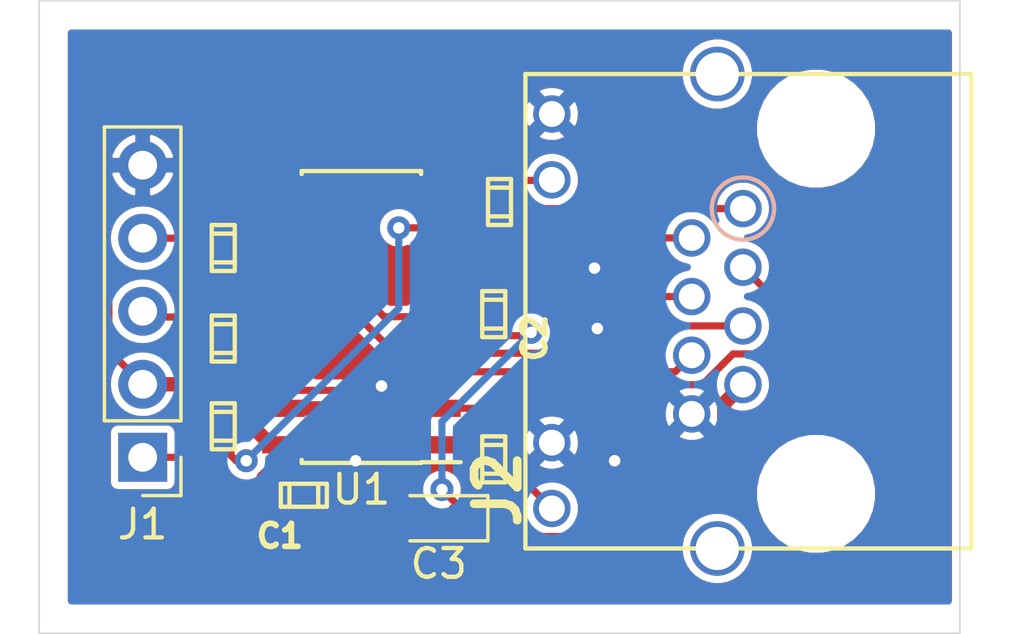
<source format=kicad_pcb>
(kicad_pcb (version 20171130) (host pcbnew "(5.1.0-rc1-120-gc4fe6785a)")

  (general
    (thickness 1.6)
    (drawings 4)
    (tracks 108)
    (zones 0)
    (modules 11)
    (nets 17)
  )

  (page A4)
  (layers
    (0 F.Cu signal)
    (31 B.Cu signal)
    (32 B.Adhes user)
    (33 F.Adhes user)
    (34 B.Paste user)
    (35 F.Paste user)
    (36 B.SilkS user)
    (37 F.SilkS user)
    (38 B.Mask user)
    (39 F.Mask user)
    (40 Dwgs.User user)
    (41 Cmts.User user)
    (42 Eco1.User user)
    (43 Eco2.User user)
    (44 Edge.Cuts user)
    (45 Margin user)
    (46 B.CrtYd user)
    (47 F.CrtYd user)
    (48 B.Fab user)
    (49 F.Fab user)
  )

  (setup
    (last_trace_width 0.25)
    (trace_clearance 0.2)
    (zone_clearance 0.254)
    (zone_45_only no)
    (trace_min 0.2)
    (via_size 0.8)
    (via_drill 0.4)
    (via_min_size 0.4)
    (via_min_drill 0.3)
    (uvia_size 0.3)
    (uvia_drill 0.1)
    (uvias_allowed no)
    (uvia_min_size 0.2)
    (uvia_min_drill 0.1)
    (edge_width 0.05)
    (segment_width 0.2)
    (pcb_text_width 0.3)
    (pcb_text_size 1.5 1.5)
    (mod_edge_width 0.12)
    (mod_text_size 1 1)
    (mod_text_width 0.15)
    (pad_size 1.524 1.524)
    (pad_drill 0.762)
    (pad_to_mask_clearance 0.051)
    (solder_mask_min_width 0.25)
    (aux_axis_origin 0 0)
    (visible_elements FFFFFF7F)
    (pcbplotparams
      (layerselection 0x010fc_ffffffff)
      (usegerberextensions false)
      (usegerberattributes false)
      (usegerberadvancedattributes false)
      (creategerberjobfile false)
      (excludeedgelayer true)
      (linewidth 0.100000)
      (plotframeref false)
      (viasonmask false)
      (mode 1)
      (useauxorigin false)
      (hpglpennumber 1)
      (hpglpenspeed 20)
      (hpglpendiameter 15.000000)
      (psnegative false)
      (psa4output false)
      (plotreference true)
      (plotvalue true)
      (plotinvisibletext false)
      (padsonsilk false)
      (subtractmaskfromsilk false)
      (outputformat 1)
      (mirror false)
      (drillshape 1)
      (scaleselection 1)
      (outputdirectory ""))
  )

  (net 0 "")
  (net 1 GND)
  (net 2 +5V)
  (net 3 IDX)
  (net 4 A)
  (net 5 B)
  (net 6 GNDA)
  (net 7 "Net-(J2-Pad1)")
  (net 8 "Net-(J2-Pad2)")
  (net 9 "Net-(J2-Pad3)")
  (net 10 "Net-(J2-Pad4)")
  (net 11 "Net-(J2-Pad5)")
  (net 12 "Net-(J2-Pad6)")
  (net 13 "Net-(J2-Pad10)")
  (net 14 "Net-(J2-Pad12)")
  (net 15 "Net-(U1-Pad14)")
  (net 16 "Net-(U1-Pad13)")

  (net_class Default "This is the default net class."
    (clearance 0.2)
    (trace_width 0.25)
    (via_dia 0.8)
    (via_drill 0.4)
    (uvia_dia 0.3)
    (uvia_drill 0.1)
    (add_net +5V)
    (add_net A)
    (add_net B)
    (add_net GND)
    (add_net GNDA)
    (add_net IDX)
    (add_net "Net-(J2-Pad1)")
    (add_net "Net-(J2-Pad10)")
    (add_net "Net-(J2-Pad12)")
    (add_net "Net-(J2-Pad2)")
    (add_net "Net-(J2-Pad3)")
    (add_net "Net-(J2-Pad4)")
    (add_net "Net-(J2-Pad5)")
    (add_net "Net-(J2-Pad6)")
    (add_net "Net-(U1-Pad13)")
    (add_net "Net-(U1-Pad14)")
  )

  (module Connector_PinHeader_2.54mm:PinHeader_1x05_P2.54mm_Vertical (layer F.Cu) (tedit 59FED5CC) (tstamp 5C70F6C0)
    (at 146.6 95.88 180)
    (descr "Through hole straight pin header, 1x05, 2.54mm pitch, single row")
    (tags "Through hole pin header THT 1x05 2.54mm single row")
    (path /5C795FC3)
    (fp_text reference J1 (at 0 -2.33 180) (layer F.SilkS)
      (effects (font (size 1 1) (thickness 0.15)))
    )
    (fp_text value CONN_01X05 (at 0 12.49 180) (layer F.Fab)
      (effects (font (size 1 1) (thickness 0.15)))
    )
    (fp_text user %R (at 0 5.08 270) (layer F.Fab)
      (effects (font (size 1 1) (thickness 0.15)))
    )
    (fp_line (start 1.8 -1.8) (end -1.8 -1.8) (layer F.CrtYd) (width 0.05))
    (fp_line (start 1.8 11.95) (end 1.8 -1.8) (layer F.CrtYd) (width 0.05))
    (fp_line (start -1.8 11.95) (end 1.8 11.95) (layer F.CrtYd) (width 0.05))
    (fp_line (start -1.8 -1.8) (end -1.8 11.95) (layer F.CrtYd) (width 0.05))
    (fp_line (start -1.33 -1.33) (end 0 -1.33) (layer F.SilkS) (width 0.12))
    (fp_line (start -1.33 0) (end -1.33 -1.33) (layer F.SilkS) (width 0.12))
    (fp_line (start -1.33 1.27) (end 1.33 1.27) (layer F.SilkS) (width 0.12))
    (fp_line (start 1.33 1.27) (end 1.33 11.49) (layer F.SilkS) (width 0.12))
    (fp_line (start -1.33 1.27) (end -1.33 11.49) (layer F.SilkS) (width 0.12))
    (fp_line (start -1.33 11.49) (end 1.33 11.49) (layer F.SilkS) (width 0.12))
    (fp_line (start -1.27 -0.635) (end -0.635 -1.27) (layer F.Fab) (width 0.1))
    (fp_line (start -1.27 11.43) (end -1.27 -0.635) (layer F.Fab) (width 0.1))
    (fp_line (start 1.27 11.43) (end -1.27 11.43) (layer F.Fab) (width 0.1))
    (fp_line (start 1.27 -1.27) (end 1.27 11.43) (layer F.Fab) (width 0.1))
    (fp_line (start -0.635 -1.27) (end 1.27 -1.27) (layer F.Fab) (width 0.1))
    (pad 5 thru_hole oval (at 0 10.16 180) (size 1.7 1.7) (drill 1) (layers *.Cu *.Mask)
      (net 1 GND))
    (pad 4 thru_hole oval (at 0 7.62 180) (size 1.7 1.7) (drill 1) (layers *.Cu *.Mask)
      (net 3 IDX))
    (pad 3 thru_hole oval (at 0 5.08 180) (size 1.7 1.7) (drill 1) (layers *.Cu *.Mask)
      (net 4 A))
    (pad 2 thru_hole oval (at 0 2.54 180) (size 1.7 1.7) (drill 1) (layers *.Cu *.Mask)
      (net 2 +5V))
    (pad 1 thru_hole rect (at 0 0 180) (size 1.7 1.7) (drill 1) (layers *.Cu *.Mask)
      (net 5 B))
    (model ${KISYS3DMOD}/Connector_PinHeader_2.54mm.3dshapes/PinHeader_1x05_P2.54mm_Vertical.wrl
      (at (xyz 0 0 0))
      (scale (xyz 1 1 1))
      (rotate (xyz 0 0 0))
    )
  )

  (module Package_SO:SOIC-16_3.9x9.9mm_P1.27mm (layer F.Cu) (tedit 5A02F2D3) (tstamp 5C70F74E)
    (at 154.2 91 180)
    (descr "16-Lead Plastic Small Outline (SL) - Narrow, 3.90 mm Body [SOIC] (see Microchip Packaging Specification 00000049BS.pdf)")
    (tags "SOIC 1.27")
    (path /5C78CB18)
    (attr smd)
    (fp_text reference U1 (at 0 -6 180) (layer F.SilkS)
      (effects (font (size 1 1) (thickness 0.15)))
    )
    (fp_text value LTC1688 (at 0 6 180) (layer F.Fab)
      (effects (font (size 1 1) (thickness 0.15)))
    )
    (fp_line (start -2.075 -5.05) (end -3.45 -5.05) (layer F.SilkS) (width 0.15))
    (fp_line (start -2.075 5.075) (end 2.075 5.075) (layer F.SilkS) (width 0.15))
    (fp_line (start -2.075 -5.075) (end 2.075 -5.075) (layer F.SilkS) (width 0.15))
    (fp_line (start -2.075 5.075) (end -2.075 4.97) (layer F.SilkS) (width 0.15))
    (fp_line (start 2.075 5.075) (end 2.075 4.97) (layer F.SilkS) (width 0.15))
    (fp_line (start 2.075 -5.075) (end 2.075 -4.97) (layer F.SilkS) (width 0.15))
    (fp_line (start -2.075 -5.075) (end -2.075 -5.05) (layer F.SilkS) (width 0.15))
    (fp_line (start -3.7 5.25) (end 3.7 5.25) (layer F.CrtYd) (width 0.05))
    (fp_line (start -3.7 -5.25) (end 3.7 -5.25) (layer F.CrtYd) (width 0.05))
    (fp_line (start 3.7 -5.25) (end 3.7 5.25) (layer F.CrtYd) (width 0.05))
    (fp_line (start -3.7 -5.25) (end -3.7 5.25) (layer F.CrtYd) (width 0.05))
    (fp_line (start -1.95 -3.95) (end -0.95 -4.95) (layer F.Fab) (width 0.15))
    (fp_line (start -1.95 4.95) (end -1.95 -3.95) (layer F.Fab) (width 0.15))
    (fp_line (start 1.95 4.95) (end -1.95 4.95) (layer F.Fab) (width 0.15))
    (fp_line (start 1.95 -4.95) (end 1.95 4.95) (layer F.Fab) (width 0.15))
    (fp_line (start -0.95 -4.95) (end 1.95 -4.95) (layer F.Fab) (width 0.15))
    (fp_text user %R (at 0 0 180) (layer F.Fab)
      (effects (font (size 0.9 0.9) (thickness 0.135)))
    )
    (pad 16 smd rect (at 2.7 -4.445 180) (size 1.5 0.6) (layers F.Cu F.Paste F.Mask)
      (net 2 +5V))
    (pad 15 smd rect (at 2.7 -3.175 180) (size 1.5 0.6) (layers F.Cu F.Paste F.Mask)
      (net 1 GND))
    (pad 14 smd rect (at 2.7 -1.905 180) (size 1.5 0.6) (layers F.Cu F.Paste F.Mask)
      (net 15 "Net-(U1-Pad14)"))
    (pad 13 smd rect (at 2.7 -0.635 180) (size 1.5 0.6) (layers F.Cu F.Paste F.Mask)
      (net 16 "Net-(U1-Pad13)"))
    (pad 12 smd rect (at 2.7 0.635 180) (size 1.5 0.6) (layers F.Cu F.Paste F.Mask)
      (net 1 GND))
    (pad 11 smd rect (at 2.7 1.905 180) (size 1.5 0.6) (layers F.Cu F.Paste F.Mask)
      (net 10 "Net-(J2-Pad4)"))
    (pad 10 smd rect (at 2.7 3.175 180) (size 1.5 0.6) (layers F.Cu F.Paste F.Mask)
      (net 11 "Net-(J2-Pad5)"))
    (pad 9 smd rect (at 2.7 4.445 180) (size 1.5 0.6) (layers F.Cu F.Paste F.Mask)
      (net 3 IDX))
    (pad 8 smd rect (at -2.7 4.445 180) (size 1.5 0.6) (layers F.Cu F.Paste F.Mask)
      (net 1 GND))
    (pad 7 smd rect (at -2.7 3.175 180) (size 1.5 0.6) (layers F.Cu F.Paste F.Mask)
      (net 5 B))
    (pad 6 smd rect (at -2.7 1.905 180) (size 1.5 0.6) (layers F.Cu F.Paste F.Mask)
      (net 7 "Net-(J2-Pad1)"))
    (pad 5 smd rect (at -2.7 0.635 180) (size 1.5 0.6) (layers F.Cu F.Paste F.Mask)
      (net 8 "Net-(J2-Pad2)"))
    (pad 4 smd rect (at -2.7 -0.635 180) (size 1.5 0.6) (layers F.Cu F.Paste F.Mask)
      (net 2 +5V))
    (pad 3 smd rect (at -2.7 -1.905 180) (size 1.5 0.6) (layers F.Cu F.Paste F.Mask)
      (net 12 "Net-(J2-Pad6)"))
    (pad 2 smd rect (at -2.7 -3.175 180) (size 1.5 0.6) (layers F.Cu F.Paste F.Mask)
      (net 9 "Net-(J2-Pad3)"))
    (pad 1 smd rect (at -2.7 -4.445 180) (size 1.5 0.6) (layers F.Cu F.Paste F.Mask)
      (net 4 A))
    (model ${KISYS3DMOD}/Package_SO.3dshapes/SOIC-16_3.9x9.9mm_P1.27mm.wrl
      (at (xyz 0 0 0))
      (scale (xyz 1 1 1))
      (rotate (xyz 0 0 0))
    )
  )

  (module stmbl:R_0603 (layer F.Cu) (tedit 5AC562FC) (tstamp 5C70F729)
    (at 158.8 95.95 270)
    (descr "Resistor SMD 0603, reflow soldering, Vishay (see dcrcw.pdf)")
    (tags "resistor 0603")
    (path /5C7AE616)
    (attr smd)
    (fp_text reference R5 (at -3.248 0.04 270) (layer F.SilkS) hide
      (effects (font (size 0.8 0.8) (thickness 0.2)))
    )
    (fp_text value R (at 0 1.4 270) (layer F.Fab)
      (effects (font (size 1 1) (thickness 0.15)))
    )
    (fp_line (start 0.5 -0.4) (end 0.5 0.4) (layer F.SilkS) (width 0.15))
    (fp_line (start -0.5 -0.4) (end -0.5 0.4) (layer F.SilkS) (width 0.15))
    (fp_line (start 0.8 -0.4) (end -0.8 -0.4) (layer F.SilkS) (width 0.15))
    (fp_line (start 0.8 0.4) (end 0.8 -0.4) (layer F.SilkS) (width 0.15))
    (fp_line (start -0.8 0.4) (end 0.8 0.4) (layer F.SilkS) (width 0.15))
    (fp_line (start -0.8 -0.4) (end -0.8 0.4) (layer F.SilkS) (width 0.15))
    (fp_line (start -1.3 -0.6) (end 1.3 -0.6) (layer F.CrtYd) (width 0.05))
    (fp_line (start -1.3 0.6) (end 1.3 0.6) (layer F.CrtYd) (width 0.05))
    (fp_line (start -1.3 -0.6) (end -1.3 0.6) (layer F.CrtYd) (width 0.05))
    (fp_line (start 1.3 -0.6) (end 1.3 0.6) (layer F.CrtYd) (width 0.05))
    (pad 2 smd roundrect (at 0.75 0 270) (size 0.59 0.8) (layers F.Cu F.Paste F.Mask) (roundrect_rratio 0.25)
      (net 13 "Net-(J2-Pad10)") (solder_mask_margin 0.1))
    (pad 1 smd roundrect (at -0.75 0 270) (size 0.59 0.8) (layers F.Cu F.Paste F.Mask) (roundrect_rratio 0.25)
      (net 9 "Net-(J2-Pad3)") (solder_mask_margin 0.1))
    (model Resistors_SMD.3dshapes/R_0603.wrl
      (at (xyz 0 0 0))
      (scale (xyz 1 1 1))
      (rotate (xyz 0 0 0))
    )
  )

  (module stmbl:R_0603 (layer F.Cu) (tedit 5AC562FC) (tstamp 5C70F719)
    (at 159 87 90)
    (descr "Resistor SMD 0603, reflow soldering, Vishay (see dcrcw.pdf)")
    (tags "resistor 0603")
    (path /5C7AD89A)
    (attr smd)
    (fp_text reference R4 (at -3.248 0.04 90) (layer F.SilkS) hide
      (effects (font (size 0.8 0.8) (thickness 0.2)))
    )
    (fp_text value R (at 0 1.4 90) (layer F.Fab)
      (effects (font (size 1 1) (thickness 0.15)))
    )
    (fp_line (start 0.5 -0.4) (end 0.5 0.4) (layer F.SilkS) (width 0.15))
    (fp_line (start -0.5 -0.4) (end -0.5 0.4) (layer F.SilkS) (width 0.15))
    (fp_line (start 0.8 -0.4) (end -0.8 -0.4) (layer F.SilkS) (width 0.15))
    (fp_line (start 0.8 0.4) (end 0.8 -0.4) (layer F.SilkS) (width 0.15))
    (fp_line (start -0.8 0.4) (end 0.8 0.4) (layer F.SilkS) (width 0.15))
    (fp_line (start -0.8 -0.4) (end -0.8 0.4) (layer F.SilkS) (width 0.15))
    (fp_line (start -1.3 -0.6) (end 1.3 -0.6) (layer F.CrtYd) (width 0.05))
    (fp_line (start -1.3 0.6) (end 1.3 0.6) (layer F.CrtYd) (width 0.05))
    (fp_line (start -1.3 -0.6) (end -1.3 0.6) (layer F.CrtYd) (width 0.05))
    (fp_line (start 1.3 -0.6) (end 1.3 0.6) (layer F.CrtYd) (width 0.05))
    (pad 2 smd roundrect (at 0.75 0 90) (size 0.59 0.8) (layers F.Cu F.Paste F.Mask) (roundrect_rratio 0.25)
      (net 14 "Net-(J2-Pad12)") (solder_mask_margin 0.1))
    (pad 1 smd roundrect (at -0.75 0 90) (size 0.59 0.8) (layers F.Cu F.Paste F.Mask) (roundrect_rratio 0.25)
      (net 7 "Net-(J2-Pad1)") (solder_mask_margin 0.1))
    (model Resistors_SMD.3dshapes/R_0603.wrl
      (at (xyz 0 0 0))
      (scale (xyz 1 1 1))
      (rotate (xyz 0 0 0))
    )
  )

  (module stmbl:R_0603 (layer F.Cu) (tedit 5AC562FC) (tstamp 5C70F709)
    (at 149.4 88.6 90)
    (descr "Resistor SMD 0603, reflow soldering, Vishay (see dcrcw.pdf)")
    (tags "resistor 0603")
    (path /5C7BBC89)
    (attr smd)
    (fp_text reference R3 (at -3.248 0.04 90) (layer F.SilkS) hide
      (effects (font (size 0.8 0.8) (thickness 0.2)))
    )
    (fp_text value R (at 0 1.4 90) (layer F.Fab)
      (effects (font (size 1 1) (thickness 0.15)))
    )
    (fp_line (start 0.5 -0.4) (end 0.5 0.4) (layer F.SilkS) (width 0.15))
    (fp_line (start -0.5 -0.4) (end -0.5 0.4) (layer F.SilkS) (width 0.15))
    (fp_line (start 0.8 -0.4) (end -0.8 -0.4) (layer F.SilkS) (width 0.15))
    (fp_line (start 0.8 0.4) (end 0.8 -0.4) (layer F.SilkS) (width 0.15))
    (fp_line (start -0.8 0.4) (end 0.8 0.4) (layer F.SilkS) (width 0.15))
    (fp_line (start -0.8 -0.4) (end -0.8 0.4) (layer F.SilkS) (width 0.15))
    (fp_line (start -1.3 -0.6) (end 1.3 -0.6) (layer F.CrtYd) (width 0.05))
    (fp_line (start -1.3 0.6) (end 1.3 0.6) (layer F.CrtYd) (width 0.05))
    (fp_line (start -1.3 -0.6) (end -1.3 0.6) (layer F.CrtYd) (width 0.05))
    (fp_line (start 1.3 -0.6) (end 1.3 0.6) (layer F.CrtYd) (width 0.05))
    (pad 2 smd roundrect (at 0.75 0 90) (size 0.59 0.8) (layers F.Cu F.Paste F.Mask) (roundrect_rratio 0.25)
      (net 3 IDX) (solder_mask_margin 0.1))
    (pad 1 smd roundrect (at -0.75 0 90) (size 0.59 0.8) (layers F.Cu F.Paste F.Mask) (roundrect_rratio 0.25)
      (net 2 +5V) (solder_mask_margin 0.1))
    (model Resistors_SMD.3dshapes/R_0603.wrl
      (at (xyz 0 0 0))
      (scale (xyz 1 1 1))
      (rotate (xyz 0 0 0))
    )
  )

  (module stmbl:R_0603 (layer F.Cu) (tedit 5AC562FC) (tstamp 5C70F6F9)
    (at 149.4 94.8 270)
    (descr "Resistor SMD 0603, reflow soldering, Vishay (see dcrcw.pdf)")
    (tags "resistor 0603")
    (path /5C7BBB0C)
    (attr smd)
    (fp_text reference R2 (at -3.248 0.04 270) (layer F.SilkS) hide
      (effects (font (size 0.8 0.8) (thickness 0.2)))
    )
    (fp_text value R (at 0 1.4 270) (layer F.Fab)
      (effects (font (size 1 1) (thickness 0.15)))
    )
    (fp_line (start 0.5 -0.4) (end 0.5 0.4) (layer F.SilkS) (width 0.15))
    (fp_line (start -0.5 -0.4) (end -0.5 0.4) (layer F.SilkS) (width 0.15))
    (fp_line (start 0.8 -0.4) (end -0.8 -0.4) (layer F.SilkS) (width 0.15))
    (fp_line (start 0.8 0.4) (end 0.8 -0.4) (layer F.SilkS) (width 0.15))
    (fp_line (start -0.8 0.4) (end 0.8 0.4) (layer F.SilkS) (width 0.15))
    (fp_line (start -0.8 -0.4) (end -0.8 0.4) (layer F.SilkS) (width 0.15))
    (fp_line (start -1.3 -0.6) (end 1.3 -0.6) (layer F.CrtYd) (width 0.05))
    (fp_line (start -1.3 0.6) (end 1.3 0.6) (layer F.CrtYd) (width 0.05))
    (fp_line (start -1.3 -0.6) (end -1.3 0.6) (layer F.CrtYd) (width 0.05))
    (fp_line (start 1.3 -0.6) (end 1.3 0.6) (layer F.CrtYd) (width 0.05))
    (pad 2 smd roundrect (at 0.75 0 270) (size 0.59 0.8) (layers F.Cu F.Paste F.Mask) (roundrect_rratio 0.25)
      (net 5 B) (solder_mask_margin 0.1))
    (pad 1 smd roundrect (at -0.75 0 270) (size 0.59 0.8) (layers F.Cu F.Paste F.Mask) (roundrect_rratio 0.25)
      (net 2 +5V) (solder_mask_margin 0.1))
    (model Resistors_SMD.3dshapes/R_0603.wrl
      (at (xyz 0 0 0))
      (scale (xyz 1 1 1))
      (rotate (xyz 0 0 0))
    )
  )

  (module stmbl:R_0603 (layer F.Cu) (tedit 5AC562FC) (tstamp 5C70F6E9)
    (at 149.4 91.75 90)
    (descr "Resistor SMD 0603, reflow soldering, Vishay (see dcrcw.pdf)")
    (tags "resistor 0603")
    (path /5C7BB4F1)
    (attr smd)
    (fp_text reference R1 (at -3.248 0.04 90) (layer F.SilkS) hide
      (effects (font (size 0.8 0.8) (thickness 0.2)))
    )
    (fp_text value R (at 0 1.4 90) (layer F.Fab)
      (effects (font (size 1 1) (thickness 0.15)))
    )
    (fp_line (start 0.5 -0.4) (end 0.5 0.4) (layer F.SilkS) (width 0.15))
    (fp_line (start -0.5 -0.4) (end -0.5 0.4) (layer F.SilkS) (width 0.15))
    (fp_line (start 0.8 -0.4) (end -0.8 -0.4) (layer F.SilkS) (width 0.15))
    (fp_line (start 0.8 0.4) (end 0.8 -0.4) (layer F.SilkS) (width 0.15))
    (fp_line (start -0.8 0.4) (end 0.8 0.4) (layer F.SilkS) (width 0.15))
    (fp_line (start -0.8 -0.4) (end -0.8 0.4) (layer F.SilkS) (width 0.15))
    (fp_line (start -1.3 -0.6) (end 1.3 -0.6) (layer F.CrtYd) (width 0.05))
    (fp_line (start -1.3 0.6) (end 1.3 0.6) (layer F.CrtYd) (width 0.05))
    (fp_line (start -1.3 -0.6) (end -1.3 0.6) (layer F.CrtYd) (width 0.05))
    (fp_line (start 1.3 -0.6) (end 1.3 0.6) (layer F.CrtYd) (width 0.05))
    (pad 2 smd roundrect (at 0.75 0 90) (size 0.59 0.8) (layers F.Cu F.Paste F.Mask) (roundrect_rratio 0.25)
      (net 4 A) (solder_mask_margin 0.1))
    (pad 1 smd roundrect (at -0.75 0 90) (size 0.59 0.8) (layers F.Cu F.Paste F.Mask) (roundrect_rratio 0.25)
      (net 2 +5V) (solder_mask_margin 0.1))
    (model Resistors_SMD.3dshapes/R_0603.wrl
      (at (xyz 0 0 0))
      (scale (xyz 1 1 1))
      (rotate (xyz 0 0 0))
    )
  )

  (module stmbl:RJ45_LED (layer F.Cu) (tedit 58E701F3) (tstamp 5C70F6D9)
    (at 175.4 90.8 270)
    (path /5C78E60A)
    (fp_text reference J2 (at 6.194 16.462 270) (layer F.SilkS)
      (effects (font (size 1.5 1.5) (thickness 0.3)))
    )
    (fp_text value RJ45_LED (at -5 -1 270) (layer F.Fab)
      (effects (font (size 1 1) (thickness 0.15)))
    )
    (fp_line (start 8.25 0) (end -8.25 0) (layer F.SilkS) (width 0.15))
    (fp_line (start -8.25 0) (end -8.25 15.5) (layer F.SilkS) (width 0.15))
    (fp_line (start -8.25 15.5) (end 8.25 15.5) (layer F.SilkS) (width 0.15))
    (fp_line (start 8.25 15.5) (end 8.25 0) (layer F.SilkS) (width 0.15))
    (fp_circle (center -3.57 7.94) (end -3.556 6.858) (layer B.SilkS) (width 0.15))
    (pad "" np_thru_hole circle (at 6.35 5.4 270) (size 3.1 3.1) (drill 3.1) (layers *.Cu *.Mask)
      (clearance 0.5))
    (pad "" np_thru_hole circle (at -6.35 5.4 270) (size 3.1 3.1) (drill 3.1) (layers *.Cu *.Mask)
      (clearance 0.5))
    (pad 13 thru_hole circle (at 8.25 8.83 270) (size 1.9 1.9) (drill 1.5) (layers *.Cu *.Mask)
      (net 6 GNDA))
    (pad 13 thru_hole circle (at -8.25 8.83 270) (size 1.9 1.9) (drill 1.5) (layers *.Cu *.Mask)
      (net 6 GNDA))
    (pad 1 thru_hole circle (at -3.57 7.94 270) (size 1.3 1.3) (drill 0.9) (layers *.Cu *.Mask)
      (net 7 "Net-(J2-Pad1)"))
    (pad 2 thru_hole circle (at -2.55 9.72 270) (size 1.3 1.3) (drill 0.9) (layers *.Cu *.Mask)
      (net 8 "Net-(J2-Pad2)"))
    (pad 3 thru_hole circle (at -1.53 7.94 270) (size 1.3 1.3) (drill 0.9) (layers *.Cu *.Mask)
      (net 9 "Net-(J2-Pad3)"))
    (pad 4 thru_hole circle (at -0.51 9.72 270) (size 1.3 1.3) (drill 0.9) (layers *.Cu *.Mask)
      (net 10 "Net-(J2-Pad4)"))
    (pad 5 thru_hole circle (at 0.51 7.94 270) (size 1.3 1.3) (drill 0.9) (layers *.Cu *.Mask)
      (net 11 "Net-(J2-Pad5)"))
    (pad 6 thru_hole circle (at 1.53 9.72 270) (size 1.3 1.3) (drill 0.9) (layers *.Cu *.Mask)
      (net 12 "Net-(J2-Pad6)"))
    (pad 7 thru_hole circle (at 2.55 7.94 270) (size 1.3 1.3) (drill 0.9) (layers *.Cu *.Mask)
      (net 2 +5V))
    (pad 8 thru_hole circle (at 3.57 9.72 270) (size 1.3 1.3) (drill 0.9) (layers *.Cu *.Mask)
      (net 1 GND))
    (pad 10 thru_hole circle (at 6.86 14.58 270) (size 1.3 1.3) (drill 0.9) (layers *.Cu *.Mask)
      (net 13 "Net-(J2-Pad10)"))
    (pad 9 thru_hole circle (at 4.57 14.58 270) (size 1.3 1.3) (drill 0.9) (layers *.Cu *.Mask)
      (net 1 GND))
    (pad 12 thru_hole circle (at -4.57 14.58 270) (size 1.3 1.3) (drill 0.9) (layers *.Cu *.Mask)
      (net 14 "Net-(J2-Pad12)"))
    (pad 11 thru_hole circle (at -6.86 14.58 270) (size 1.3 1.3) (drill 0.9) (layers *.Cu *.Mask)
      (net 1 GND))
    (model ${KIPRJMOD}/../lib/stmbl.pretty/RIA_AJT10L8813-011.wrl
      (at (xyz 0 0 0))
      (scale (xyz 393.7 393.7 393.7))
      (rotate (xyz -90 0 180))
    )
  )

  (module Capacitor_Tantalum_SMD:CP_EIA-2012-15_AVX-P (layer F.Cu) (tedit 5B301BBE) (tstamp 5C70F6A2)
    (at 156.8875 98 180)
    (descr "Tantalum Capacitor SMD AVX-P (2012-15 Metric), IPC_7351 nominal, (Body size from: https://www.vishay.com/docs/40182/tmch.pdf), generated with kicad-footprint-generator")
    (tags "capacitor tantalum")
    (path /5C799DAB)
    (attr smd)
    (fp_text reference C3 (at 0 -1.58 180) (layer F.SilkS)
      (effects (font (size 1 1) (thickness 0.15)))
    )
    (fp_text value CP (at 0 1.58 180) (layer F.Fab)
      (effects (font (size 1 1) (thickness 0.15)))
    )
    (fp_text user %R (at 0 0 180) (layer F.Fab)
      (effects (font (size 0.5 0.5) (thickness 0.08)))
    )
    (fp_line (start 1.7 0.88) (end -1.7 0.88) (layer F.CrtYd) (width 0.05))
    (fp_line (start 1.7 -0.88) (end 1.7 0.88) (layer F.CrtYd) (width 0.05))
    (fp_line (start -1.7 -0.88) (end 1.7 -0.88) (layer F.CrtYd) (width 0.05))
    (fp_line (start -1.7 0.88) (end -1.7 -0.88) (layer F.CrtYd) (width 0.05))
    (fp_line (start -1.71 0.785) (end 1 0.785) (layer F.SilkS) (width 0.12))
    (fp_line (start -1.71 -0.785) (end -1.71 0.785) (layer F.SilkS) (width 0.12))
    (fp_line (start 1 -0.785) (end -1.71 -0.785) (layer F.SilkS) (width 0.12))
    (fp_line (start 1 0.625) (end 1 -0.625) (layer F.Fab) (width 0.1))
    (fp_line (start -1 0.625) (end 1 0.625) (layer F.Fab) (width 0.1))
    (fp_line (start -1 -0.3125) (end -1 0.625) (layer F.Fab) (width 0.1))
    (fp_line (start -0.6875 -0.625) (end -1 -0.3125) (layer F.Fab) (width 0.1))
    (fp_line (start 1 -0.625) (end -0.6875 -0.625) (layer F.Fab) (width 0.1))
    (pad 2 smd roundrect (at 0.8875 0 180) (size 1.125 1.05) (layers F.Cu F.Paste F.Mask) (roundrect_rratio 0.238095)
      (net 1 GND))
    (pad 1 smd roundrect (at -0.8875 0 180) (size 1.125 1.05) (layers F.Cu F.Paste F.Mask) (roundrect_rratio 0.238095)
      (net 2 +5V))
    (model ${KISYS3DMOD}/Capacitor_Tantalum_SMD.3dshapes/CP_EIA-2012-15_AVX-P.wrl
      (at (xyz 0 0 0))
      (scale (xyz 1 1 1))
      (rotate (xyz 0 0 0))
    )
  )

  (module stmbl:C_0603 (layer F.Cu) (tedit 5AC56310) (tstamp 5C70F68F)
    (at 158.8 90.9 90)
    (descr "Capacitor SMD 0603, reflow soldering, AVX (see smccp.pdf)")
    (tags "capacitor 0603")
    (path /5C79998F)
    (attr smd)
    (fp_text reference C2 (at -0.834 1.416 90) (layer F.SilkS)
      (effects (font (size 0.8 0.8) (thickness 0.2)))
    )
    (fp_text value C (at 0 1.4 90) (layer F.Fab)
      (effects (font (size 1 1) (thickness 0.15)))
    )
    (fp_line (start 0.5 -0.4) (end 0.5 0.4) (layer F.SilkS) (width 0.15))
    (fp_line (start -0.5 -0.4) (end -0.5 0.4) (layer F.SilkS) (width 0.15))
    (fp_line (start 0.8 -0.4) (end -0.8 -0.4) (layer F.SilkS) (width 0.15))
    (fp_line (start 0.8 0.4) (end 0.8 -0.4) (layer F.SilkS) (width 0.15))
    (fp_line (start -0.8 0.4) (end 0.8 0.4) (layer F.SilkS) (width 0.15))
    (fp_line (start -0.8 -0.4) (end -0.8 0.4) (layer F.SilkS) (width 0.15))
    (fp_line (start -1.3 -0.6) (end 1.3 -0.6) (layer F.CrtYd) (width 0.05))
    (fp_line (start -1.3 0.6) (end 1.3 0.6) (layer F.CrtYd) (width 0.05))
    (fp_line (start -1.3 -0.6) (end -1.3 0.6) (layer F.CrtYd) (width 0.05))
    (fp_line (start 1.3 -0.6) (end 1.3 0.6) (layer F.CrtYd) (width 0.05))
    (pad 2 smd roundrect (at 0.75 0 90) (size 0.59 0.8) (layers F.Cu F.Paste F.Mask) (roundrect_rratio 0.25)
      (net 1 GND))
    (pad 1 smd roundrect (at -0.75 0 90) (size 0.59 0.8) (layers F.Cu F.Paste F.Mask) (roundrect_rratio 0.25)
      (net 2 +5V))
    (model Capacitors_SMD.3dshapes/C_0603.wrl
      (at (xyz 0 0 0))
      (scale (xyz 1 1 1))
      (rotate (xyz 0 0 0))
    )
  )

  (module stmbl:C_0603 (layer F.Cu) (tedit 5AC56310) (tstamp 5C70F67F)
    (at 152.2 97.2)
    (descr "Capacitor SMD 0603, reflow soldering, AVX (see smccp.pdf)")
    (tags "capacitor 0603")
    (path /5C799546)
    (attr smd)
    (fp_text reference C1 (at -0.834 1.416) (layer F.SilkS)
      (effects (font (size 0.8 0.8) (thickness 0.2)))
    )
    (fp_text value C (at 0 1.4) (layer F.Fab)
      (effects (font (size 1 1) (thickness 0.15)))
    )
    (fp_line (start 0.5 -0.4) (end 0.5 0.4) (layer F.SilkS) (width 0.15))
    (fp_line (start -0.5 -0.4) (end -0.5 0.4) (layer F.SilkS) (width 0.15))
    (fp_line (start 0.8 -0.4) (end -0.8 -0.4) (layer F.SilkS) (width 0.15))
    (fp_line (start 0.8 0.4) (end 0.8 -0.4) (layer F.SilkS) (width 0.15))
    (fp_line (start -0.8 0.4) (end 0.8 0.4) (layer F.SilkS) (width 0.15))
    (fp_line (start -0.8 -0.4) (end -0.8 0.4) (layer F.SilkS) (width 0.15))
    (fp_line (start -1.3 -0.6) (end 1.3 -0.6) (layer F.CrtYd) (width 0.05))
    (fp_line (start -1.3 0.6) (end 1.3 0.6) (layer F.CrtYd) (width 0.05))
    (fp_line (start -1.3 -0.6) (end -1.3 0.6) (layer F.CrtYd) (width 0.05))
    (fp_line (start 1.3 -0.6) (end 1.3 0.6) (layer F.CrtYd) (width 0.05))
    (pad 2 smd roundrect (at 0.75 0) (size 0.59 0.8) (layers F.Cu F.Paste F.Mask) (roundrect_rratio 0.25)
      (net 1 GND))
    (pad 1 smd roundrect (at -0.75 0) (size 0.59 0.8) (layers F.Cu F.Paste F.Mask) (roundrect_rratio 0.25)
      (net 2 +5V))
    (model Capacitors_SMD.3dshapes/C_0603.wrl
      (at (xyz 0 0 0))
      (scale (xyz 1 1 1))
      (rotate (xyz 0 0 0))
    )
  )

  (gr_line (start 143 102) (end 143 80) (layer Edge.Cuts) (width 0.05) (tstamp 5C7110E9))
  (gr_line (start 175 102) (end 143 102) (layer Edge.Cuts) (width 0.05))
  (gr_line (start 175 80) (end 175 102) (layer Edge.Cuts) (width 0.05))
  (gr_line (start 143 80) (end 175 80) (layer Edge.Cuts) (width 0.05))

  (via (at 154 96) (size 0.8) (drill 0.4) (layers F.Cu B.Cu) (net 1))
  (via (at 163 96) (size 0.8) (drill 0.4) (layers F.Cu B.Cu) (net 1))
  (via (at 162.4 91.4) (size 0.8) (drill 0.4) (layers F.Cu B.Cu) (net 1))
  (via (at 162.3 89.3) (size 0.8) (drill 0.4) (layers F.Cu B.Cu) (net 1))
  (via (at 154.9 93.4) (size 0.8) (drill 0.4) (layers F.Cu B.Cu) (net 1))
  (segment (start 162.918001 98.760001) (end 159.360001 98.760001) (width 0.5) (layer F.Cu) (net 2))
  (segment (start 166.810001 94.868001) (end 162.918001 98.760001) (width 0.5) (layer F.Cu) (net 2))
  (segment (start 167.46 93.35) (end 166.810001 93.999999) (width 0.5) (layer F.Cu) (net 2))
  (segment (start 166.810001 93.999999) (end 166.810001 94.868001) (width 0.5) (layer F.Cu) (net 2))
  (segment (start 158.6 98) (end 157.775 98) (width 0.5) (layer F.Cu) (net 2))
  (segment (start 159.360001 98.760001) (end 158.6 98) (width 0.5) (layer F.Cu) (net 2))
  (segment (start 150.8 97.2) (end 151.45 97.2) (width 0.5) (layer F.Cu) (net 2))
  (segment (start 150.8 98.5) (end 150.8 97.2) (width 0.5) (layer F.Cu) (net 2))
  (segment (start 151.5 99.2) (end 150.8 98.5) (width 0.5) (layer F.Cu) (net 2))
  (segment (start 157.775 98) (end 156.575 99.2) (width 0.5) (layer F.Cu) (net 2))
  (segment (start 156.575 99.2) (end 151.5 99.2) (width 0.5) (layer F.Cu) (net 2))
  (segment (start 148.945 93.34) (end 147.802081 93.34) (width 0.5) (layer F.Cu) (net 2))
  (segment (start 151.05 95.445) (end 148.945 93.34) (width 0.5) (layer F.Cu) (net 2))
  (segment (start 147.802081 93.34) (end 146.6 93.34) (width 0.5) (layer F.Cu) (net 2))
  (segment (start 151.5 95.445) (end 151.05 95.445) (width 0.5) (layer F.Cu) (net 2))
  (segment (start 149.4 92.5) (end 149.4 94.05) (width 0.5) (layer F.Cu) (net 2))
  (segment (start 148.9 89.35) (end 148.75 89.5) (width 0.25) (layer F.Cu) (net 2))
  (segment (start 149.4 89.35) (end 148.9 89.35) (width 0.25) (layer F.Cu) (net 2))
  (segment (start 148.75 89.5) (end 145.9 89.5) (width 0.25) (layer F.Cu) (net 2))
  (segment (start 145.750001 92.490001) (end 146.6 93.34) (width 0.25) (layer F.Cu) (net 2))
  (segment (start 145.9 89.5) (end 145.424999 89.975001) (width 0.25) (layer F.Cu) (net 2))
  (segment (start 145.424999 92.164999) (end 145.750001 92.490001) (width 0.25) (layer F.Cu) (net 2))
  (segment (start 145.424999 89.975001) (end 145.424999 92.164999) (width 0.25) (layer F.Cu) (net 2))
  (via (at 157 97) (size 0.8) (drill 0.4) (layers F.Cu B.Cu) (net 2))
  (segment (start 157.775 98) (end 157.775 97.775) (width 0.25) (layer F.Cu) (net 2))
  (segment (start 157.775 97.775) (end 157 97) (width 0.25) (layer F.Cu) (net 2))
  (segment (start 156.915 91.65) (end 156.9 91.635) (width 0.25) (layer F.Cu) (net 2))
  (segment (start 158.8 91.65) (end 156.915 91.65) (width 0.25) (layer F.Cu) (net 2))
  (via (at 160.1 91.535001) (size 0.8) (drill 0.4) (layers F.Cu B.Cu) (net 2))
  (segment (start 158.8 91.65) (end 159.985001 91.65) (width 0.25) (layer F.Cu) (net 2))
  (segment (start 159.985001 91.65) (end 160.1 91.535001) (width 0.25) (layer F.Cu) (net 2))
  (segment (start 157 94.635001) (end 157 97) (width 0.25) (layer B.Cu) (net 2))
  (segment (start 160.1 91.535001) (end 157 94.635001) (width 0.25) (layer B.Cu) (net 2))
  (segment (start 151.5 95.445) (end 151.5 95.9) (width 0.5) (layer F.Cu) (net 2))
  (segment (start 151.5 95.9) (end 150.8 96.6) (width 0.5) (layer F.Cu) (net 2))
  (segment (start 150.8 96.6) (end 150.8 97.2) (width 0.5) (layer F.Cu) (net 2))
  (segment (start 148.99 88.26) (end 149.4 87.85) (width 0.25) (layer F.Cu) (net 3))
  (segment (start 146.6 88.26) (end 148.99 88.26) (width 0.25) (layer F.Cu) (net 3))
  (segment (start 151.5 86.555) (end 149.645 86.555) (width 0.25) (layer F.Cu) (net 3))
  (segment (start 149.4 86.8) (end 149.4 87.85) (width 0.25) (layer F.Cu) (net 3))
  (segment (start 149.645 86.555) (end 149.4 86.8) (width 0.25) (layer F.Cu) (net 3))
  (segment (start 153.449999 93.549999) (end 155.345 95.445) (width 0.25) (layer F.Cu) (net 4))
  (segment (start 150.509997 93.549999) (end 153.449999 93.549999) (width 0.25) (layer F.Cu) (net 4))
  (segment (start 150.2 93.240002) (end 150.509997 93.549999) (width 0.25) (layer F.Cu) (net 4))
  (segment (start 149.4 91) (end 150.2 91.8) (width 0.25) (layer F.Cu) (net 4))
  (segment (start 155.345 95.445) (end 156.9 95.445) (width 0.25) (layer F.Cu) (net 4))
  (segment (start 150.2 91.8) (end 150.2 93.240002) (width 0.25) (layer F.Cu) (net 4))
  (segment (start 146.8 91) (end 149.4 91) (width 0.25) (layer F.Cu) (net 4))
  (segment (start 146.6 90.8) (end 146.8 91) (width 0.25) (layer F.Cu) (net 4))
  (segment (start 149.07 95.88) (end 149.4 95.55) (width 0.25) (layer F.Cu) (net 5))
  (segment (start 146.6 95.88) (end 149.07 95.88) (width 0.25) (layer F.Cu) (net 5))
  (via (at 155.5 87.9) (size 0.8) (drill 0.4) (layers F.Cu B.Cu) (net 5))
  (segment (start 156.825 87.9) (end 156.9 87.825) (width 0.25) (layer F.Cu) (net 5))
  (segment (start 155.5 87.9) (end 156.825 87.9) (width 0.25) (layer F.Cu) (net 5))
  (segment (start 150.598951 95.598953) (end 150.198952 95.998952) (width 0.25) (layer B.Cu) (net 5))
  (via (at 150.198952 95.998952) (size 0.8) (drill 0.4) (layers F.Cu B.Cu) (net 5))
  (segment (start 155.5 90.697904) (end 150.598951 95.598953) (width 0.25) (layer B.Cu) (net 5))
  (segment (start 155.5 87.9) (end 155.5 90.697904) (width 0.25) (layer B.Cu) (net 5))
  (segment (start 149.848952 95.998952) (end 150.198952 95.998952) (width 0.25) (layer F.Cu) (net 5))
  (segment (start 149.4 95.55) (end 149.848952 95.998952) (width 0.25) (layer F.Cu) (net 5))
  (segment (start 159.52 87.23) (end 159 87.75) (width 0.25) (layer F.Cu) (net 7))
  (segment (start 167.46 87.23) (end 159.52 87.23) (width 0.25) (layer F.Cu) (net 7))
  (segment (start 157.805 89.095) (end 156.9 89.095) (width 0.25) (layer F.Cu) (net 7))
  (segment (start 159 87.75) (end 159 87.9) (width 0.25) (layer F.Cu) (net 7))
  (segment (start 159 87.9) (end 157.805 89.095) (width 0.25) (layer F.Cu) (net 7))
  (segment (start 161.45 88.25) (end 165.68 88.25) (width 0.25) (layer F.Cu) (net 8))
  (segment (start 157.9 90.365) (end 158.07499 90.19001) (width 0.25) (layer F.Cu) (net 8))
  (segment (start 158.07499 89.52501) (end 158.8 88.8) (width 0.25) (layer F.Cu) (net 8))
  (segment (start 160.9 88.8) (end 161.45 88.25) (width 0.25) (layer F.Cu) (net 8))
  (segment (start 158.07499 90.19001) (end 158.07499 89.52501) (width 0.25) (layer F.Cu) (net 8))
  (segment (start 156.9 90.365) (end 157.9 90.365) (width 0.25) (layer F.Cu) (net 8))
  (segment (start 158.8 88.8) (end 160.9 88.8) (width 0.25) (layer F.Cu) (net 8))
  (segment (start 168.7 92.1) (end 168.7 90.51) (width 0.25) (layer F.Cu) (net 9))
  (segment (start 163.425 94.175) (end 164.24499 93.35501) (width 0.25) (layer F.Cu) (net 9))
  (segment (start 166.04499 93.35501) (end 167.114999 92.285001) (width 0.25) (layer F.Cu) (net 9))
  (segment (start 164.24499 93.35501) (end 166.04499 93.35501) (width 0.25) (layer F.Cu) (net 9))
  (segment (start 168.7 90.51) (end 167.46 89.27) (width 0.25) (layer F.Cu) (net 9))
  (segment (start 167.114999 92.285001) (end 168.514999 92.285001) (width 0.25) (layer F.Cu) (net 9))
  (segment (start 168.514999 92.285001) (end 168.7 92.1) (width 0.25) (layer F.Cu) (net 9))
  (segment (start 158.8 94.25) (end 158.8 95.2) (width 0.25) (layer F.Cu) (net 9))
  (segment (start 158.725 94.175) (end 158.8 94.25) (width 0.25) (layer F.Cu) (net 9))
  (segment (start 158.725 94.175) (end 163.425 94.175) (width 0.25) (layer F.Cu) (net 9))
  (segment (start 156.9 94.175) (end 158.725 94.175) (width 0.25) (layer F.Cu) (net 9))
  (segment (start 160.21 90.29) (end 165.68 90.29) (width 0.25) (layer F.Cu) (net 10))
  (segment (start 154.990001 90.990001) (end 159.509999 90.990001) (width 0.25) (layer F.Cu) (net 10))
  (segment (start 151.5 89.095) (end 153.095 89.095) (width 0.25) (layer F.Cu) (net 10))
  (segment (start 159.509999 90.990001) (end 160.21 90.29) (width 0.25) (layer F.Cu) (net 10))
  (segment (start 153.095 89.095) (end 154.990001 90.990001) (width 0.25) (layer F.Cu) (net 10))
  (segment (start 150.5 87.825) (end 151.5 87.825) (width 0.25) (layer F.Cu) (net 11))
  (segment (start 150.3 88.025) (end 150.5 87.825) (width 0.25) (layer F.Cu) (net 11))
  (segment (start 150.3 89.5) (end 150.3 88.025) (width 0.25) (layer F.Cu) (net 11))
  (segment (start 152.839999 89.739999) (end 150.539999 89.739999) (width 0.25) (layer F.Cu) (net 11))
  (segment (start 164.377172 91.31) (end 163.427171 92.260001) (width 0.25) (layer F.Cu) (net 11))
  (segment (start 155.360001 92.260001) (end 152.839999 89.739999) (width 0.25) (layer F.Cu) (net 11))
  (segment (start 167.46 91.31) (end 164.377172 91.31) (width 0.25) (layer F.Cu) (net 11))
  (segment (start 163.427171 92.260001) (end 155.360001 92.260001) (width 0.25) (layer F.Cu) (net 11))
  (segment (start 150.539999 89.739999) (end 150.3 89.5) (width 0.25) (layer F.Cu) (net 11))
  (segment (start 165.105 92.905) (end 165.68 92.33) (width 0.25) (layer F.Cu) (net 12))
  (segment (start 156.9 92.905) (end 165.105 92.905) (width 0.25) (layer F.Cu) (net 12))
  (segment (start 159.86 96.7) (end 160.82 97.66) (width 0.25) (layer F.Cu) (net 13))
  (segment (start 158.8 96.7) (end 159.86 96.7) (width 0.25) (layer F.Cu) (net 13))
  (segment (start 160.8 86.25) (end 160.82 86.23) (width 0.25) (layer F.Cu) (net 14))
  (segment (start 159 86.25) (end 160.8 86.25) (width 0.25) (layer F.Cu) (net 14))

  (zone (net 1) (net_name GND) (layer F.Cu) (tstamp 0) (hatch edge 0.508)
    (connect_pads (clearance 0.254))
    (min_thickness 0.254)
    (fill yes (arc_segments 32) (thermal_gap 0.254) (thermal_bridge_width 0.508))
    (polygon
      (pts
        (xy 144 81) (xy 175 81) (xy 175 101) (xy 144 101)
      )
    )
    (filled_polygon
      (pts
        (xy 174.594001 100.873) (xy 144.127 100.873) (xy 144.127 89.975001) (xy 144.916552 89.975001) (xy 144.918999 89.999847)
        (xy 144.919 92.140143) (xy 144.916552 92.164999) (xy 144.926321 92.264191) (xy 144.955254 92.359573) (xy 144.97275 92.392304)
        (xy 145.002241 92.447478) (xy 145.065473 92.524526) (xy 145.08478 92.540371) (xy 145.374631 92.830222) (xy 145.446459 92.902051)
        (xy 145.386812 93.098682) (xy 145.363044 93.34) (xy 145.386812 93.581318) (xy 145.457202 93.813363) (xy 145.571509 94.027216)
        (xy 145.72534 94.21466) (xy 145.912784 94.368491) (xy 146.126637 94.482798) (xy 146.358682 94.553188) (xy 146.539528 94.571)
        (xy 146.660472 94.571) (xy 146.841318 94.553188) (xy 147.073363 94.482798) (xy 147.287216 94.368491) (xy 147.47466 94.21466)
        (xy 147.628491 94.027216) (xy 147.658539 93.971) (xy 148.617157 93.971) (xy 148.617157 94.1975) (xy 148.627347 94.300965)
        (xy 148.657527 94.400453) (xy 148.706536 94.492143) (xy 148.772491 94.572509) (xy 148.852857 94.638464) (xy 148.944547 94.687473)
        (xy 149.044035 94.717653) (xy 149.1475 94.727843) (xy 149.440475 94.727843) (xy 149.584788 94.872157) (xy 149.1475 94.872157)
        (xy 149.044035 94.882347) (xy 148.944547 94.912527) (xy 148.852857 94.961536) (xy 148.772491 95.027491) (xy 148.706536 95.107857)
        (xy 148.657527 95.199547) (xy 148.627347 95.299035) (xy 148.619964 95.374) (xy 147.832843 95.374) (xy 147.832843 95.03)
        (xy 147.825487 94.955311) (xy 147.803701 94.883492) (xy 147.768322 94.817304) (xy 147.720711 94.759289) (xy 147.662696 94.711678)
        (xy 147.596508 94.676299) (xy 147.524689 94.654513) (xy 147.45 94.647157) (xy 145.75 94.647157) (xy 145.675311 94.654513)
        (xy 145.603492 94.676299) (xy 145.537304 94.711678) (xy 145.479289 94.759289) (xy 145.431678 94.817304) (xy 145.396299 94.883492)
        (xy 145.374513 94.955311) (xy 145.367157 95.03) (xy 145.367157 96.73) (xy 145.374513 96.804689) (xy 145.396299 96.876508)
        (xy 145.431678 96.942696) (xy 145.479289 97.000711) (xy 145.537304 97.048322) (xy 145.603492 97.083701) (xy 145.675311 97.105487)
        (xy 145.75 97.112843) (xy 147.45 97.112843) (xy 147.524689 97.105487) (xy 147.596508 97.083701) (xy 147.662696 97.048322)
        (xy 147.720711 97.000711) (xy 147.768322 96.942696) (xy 147.803701 96.876508) (xy 147.825487 96.804689) (xy 147.832843 96.73)
        (xy 147.832843 96.386) (xy 149.045154 96.386) (xy 149.07 96.388447) (xy 149.094846 96.386) (xy 149.094854 96.386)
        (xy 149.169193 96.378678) (xy 149.264575 96.349745) (xy 149.352479 96.302759) (xy 149.398994 96.264585) (xy 149.47358 96.339172)
        (xy 149.489425 96.358479) (xy 149.512574 96.377477) (xy 149.59231 96.496811) (xy 149.701093 96.605594) (xy 149.82901 96.691065)
        (xy 149.971143 96.749939) (xy 150.12203 96.779952) (xy 150.169 96.779952) (xy 150.169 97.169002) (xy 150.165947 97.2)
        (xy 150.169001 97.231008) (xy 150.169 98.469009) (xy 150.165948 98.5) (xy 150.169 98.53099) (xy 150.169 98.530997)
        (xy 150.17813 98.623697) (xy 150.214211 98.742641) (xy 150.272804 98.85226) (xy 150.351657 98.948343) (xy 150.375737 98.968105)
        (xy 151.031895 99.624263) (xy 151.051657 99.648343) (xy 151.147739 99.727196) (xy 151.257358 99.785789) (xy 151.376302 99.82187)
        (xy 151.469002 99.831) (xy 151.469011 99.831) (xy 151.499999 99.834052) (xy 151.530987 99.831) (xy 156.54401 99.831)
        (xy 156.575 99.834052) (xy 156.60599 99.831) (xy 156.605998 99.831) (xy 156.698698 99.82187) (xy 156.817642 99.785789)
        (xy 156.927261 99.727196) (xy 157.023343 99.648343) (xy 157.043105 99.624263) (xy 157.759526 98.907843) (xy 158.087501 98.907843)
        (xy 158.210962 98.895683) (xy 158.329679 98.859671) (xy 158.439089 98.80119) (xy 158.477389 98.769758) (xy 158.8919 99.184269)
        (xy 158.911658 99.208344) (xy 159.00774 99.287197) (xy 159.117359 99.34579) (xy 159.236303 99.381871) (xy 159.329003 99.391001)
        (xy 159.32901 99.391001) (xy 159.360001 99.394053) (xy 159.390991 99.391001) (xy 162.887011 99.391001) (xy 162.918001 99.394053)
        (xy 162.948991 99.391001) (xy 162.948999 99.391001) (xy 163.041699 99.381871) (xy 163.160643 99.34579) (xy 163.270262 99.287197)
        (xy 163.366344 99.208344) (xy 163.386106 99.184264) (xy 163.651462 98.918908) (xy 165.239 98.918908) (xy 165.239 99.181092)
        (xy 165.29015 99.438238) (xy 165.390483 99.680465) (xy 165.536145 99.898463) (xy 165.721537 100.083855) (xy 165.939535 100.229517)
        (xy 166.181762 100.32985) (xy 166.438908 100.381) (xy 166.701092 100.381) (xy 166.958238 100.32985) (xy 167.200465 100.229517)
        (xy 167.418463 100.083855) (xy 167.603855 99.898463) (xy 167.749517 99.680465) (xy 167.84985 99.438238) (xy 167.901 99.181092)
        (xy 167.901 98.918908) (xy 167.84985 98.661762) (xy 167.749517 98.419535) (xy 167.603855 98.201537) (xy 167.418463 98.016145)
        (xy 167.200465 97.870483) (xy 166.958238 97.77015) (xy 166.701092 97.719) (xy 166.438908 97.719) (xy 166.181762 97.77015)
        (xy 165.939535 97.870483) (xy 165.721537 98.016145) (xy 165.536145 98.201537) (xy 165.390483 98.419535) (xy 165.29015 98.661762)
        (xy 165.239 98.918908) (xy 163.651462 98.918908) (xy 165.634786 96.935584) (xy 167.823 96.935584) (xy 167.823 97.364416)
        (xy 167.90666 97.785008) (xy 168.070767 98.181196) (xy 168.309013 98.537757) (xy 168.612243 98.840987) (xy 168.968804 99.079233)
        (xy 169.364992 99.24334) (xy 169.785584 99.327) (xy 170.214416 99.327) (xy 170.635008 99.24334) (xy 171.031196 99.079233)
        (xy 171.387757 98.840987) (xy 171.690987 98.537757) (xy 171.929233 98.181196) (xy 172.09334 97.785008) (xy 172.177 97.364416)
        (xy 172.177 96.935584) (xy 172.09334 96.514992) (xy 171.929233 96.118804) (xy 171.690987 95.762243) (xy 171.387757 95.459013)
        (xy 171.031196 95.220767) (xy 170.635008 95.05666) (xy 170.214416 94.973) (xy 169.785584 94.973) (xy 169.364992 95.05666)
        (xy 168.968804 95.220767) (xy 168.612243 95.459013) (xy 168.309013 95.762243) (xy 168.070767 96.118804) (xy 167.90666 96.514992)
        (xy 167.823 96.935584) (xy 165.634786 96.935584) (xy 167.234269 95.336102) (xy 167.258344 95.316344) (xy 167.298412 95.267522)
        (xy 167.337197 95.220262) (xy 167.39579 95.110643) (xy 167.403425 95.085473) (xy 167.431871 94.991699) (xy 167.441001 94.898999)
        (xy 167.441001 94.89899) (xy 167.444053 94.868002) (xy 167.441001 94.837014) (xy 167.441001 94.381) (xy 167.561545 94.381)
        (xy 167.760732 94.34138) (xy 167.948362 94.263661) (xy 168.117224 94.15083) (xy 168.26083 94.007224) (xy 168.373661 93.838362)
        (xy 168.45138 93.650732) (xy 168.491 93.451545) (xy 168.491 93.248455) (xy 168.45138 93.049268) (xy 168.373661 92.861638)
        (xy 168.326462 92.791001) (xy 168.490153 92.791001) (xy 168.514999 92.793448) (xy 168.539845 92.791001) (xy 168.539853 92.791001)
        (xy 168.614192 92.783679) (xy 168.709574 92.754746) (xy 168.797478 92.70776) (xy 168.874526 92.644528) (xy 168.890375 92.625216)
        (xy 169.040215 92.475376) (xy 169.059527 92.459527) (xy 169.122759 92.382479) (xy 169.169745 92.294575) (xy 169.198678 92.199193)
        (xy 169.206 92.124854) (xy 169.206 92.124853) (xy 169.208448 92.1) (xy 169.206 92.075146) (xy 169.206 90.534854)
        (xy 169.208448 90.51) (xy 169.198678 90.410807) (xy 169.169745 90.315425) (xy 169.162207 90.301322) (xy 169.122759 90.227521)
        (xy 169.059527 90.150473) (xy 169.04022 90.134628) (xy 168.455518 89.549927) (xy 168.491 89.371545) (xy 168.491 89.168455)
        (xy 168.45138 88.969268) (xy 168.373661 88.781638) (xy 168.26083 88.612776) (xy 168.117224 88.46917) (xy 167.948362 88.356339)
        (xy 167.760732 88.27862) (xy 167.616847 88.25) (xy 167.760732 88.22138) (xy 167.948362 88.143661) (xy 168.117224 88.03083)
        (xy 168.26083 87.887224) (xy 168.373661 87.718362) (xy 168.45138 87.530732) (xy 168.491 87.331545) (xy 168.491 87.128455)
        (xy 168.45138 86.929268) (xy 168.373661 86.741638) (xy 168.26083 86.572776) (xy 168.117224 86.42917) (xy 167.948362 86.316339)
        (xy 167.760732 86.23862) (xy 167.561545 86.199) (xy 167.358455 86.199) (xy 167.159268 86.23862) (xy 166.971638 86.316339)
        (xy 166.802776 86.42917) (xy 166.65917 86.572776) (xy 166.558124 86.724) (xy 161.729894 86.724) (xy 161.733661 86.718362)
        (xy 161.81138 86.530732) (xy 161.851 86.331545) (xy 161.851 86.128455) (xy 161.81138 85.929268) (xy 161.733661 85.741638)
        (xy 161.62083 85.572776) (xy 161.477224 85.42917) (xy 161.308362 85.316339) (xy 161.120732 85.23862) (xy 160.921545 85.199)
        (xy 160.718455 85.199) (xy 160.519268 85.23862) (xy 160.331638 85.316339) (xy 160.162776 85.42917) (xy 160.01917 85.572776)
        (xy 159.906339 85.741638) (xy 159.905361 85.744) (xy 159.641058 85.744) (xy 159.627509 85.727491) (xy 159.547143 85.661536)
        (xy 159.455453 85.612527) (xy 159.355965 85.582347) (xy 159.2525 85.572157) (xy 158.7475 85.572157) (xy 158.644035 85.582347)
        (xy 158.544547 85.612527) (xy 158.452857 85.661536) (xy 158.372491 85.727491) (xy 158.306536 85.807857) (xy 158.257527 85.899547)
        (xy 158.227347 85.999035) (xy 158.217157 86.1025) (xy 158.217157 86.3975) (xy 158.227347 86.500965) (xy 158.257527 86.600453)
        (xy 158.306536 86.692143) (xy 158.372491 86.772509) (xy 158.452857 86.838464) (xy 158.544547 86.887473) (xy 158.644035 86.917653)
        (xy 158.7475 86.927843) (xy 159.106565 86.927843) (xy 158.962251 87.072157) (xy 158.7475 87.072157) (xy 158.644035 87.082347)
        (xy 158.544547 87.112527) (xy 158.452857 87.161536) (xy 158.372491 87.227491) (xy 158.306536 87.307857) (xy 158.257527 87.399547)
        (xy 158.227347 87.499035) (xy 158.217157 87.6025) (xy 158.217157 87.8975) (xy 158.223411 87.960998) (xy 158.029941 88.154468)
        (xy 158.032843 88.125) (xy 158.032843 87.525) (xy 158.025487 87.450311) (xy 158.003701 87.378492) (xy 157.968322 87.312304)
        (xy 157.920711 87.254289) (xy 157.862696 87.206678) (xy 157.833119 87.190869) (xy 157.892873 87.150942) (xy 157.945942 87.097874)
        (xy 157.987638 87.035471) (xy 158.016358 86.966134) (xy 158.031 86.892525) (xy 158.031 86.77725) (xy 157.93575 86.682)
        (xy 157.027 86.682) (xy 157.027 86.702) (xy 156.773 86.702) (xy 156.773 86.682) (xy 155.86425 86.682)
        (xy 155.769 86.77725) (xy 155.769 86.892525) (xy 155.783642 86.966134) (xy 155.812362 87.035471) (xy 155.854058 87.097874)
        (xy 155.907127 87.150942) (xy 155.966881 87.190869) (xy 155.937304 87.206678) (xy 155.906261 87.232154) (xy 155.869942 87.207887)
        (xy 155.727809 87.149013) (xy 155.576922 87.119) (xy 155.423078 87.119) (xy 155.272191 87.149013) (xy 155.130058 87.207887)
        (xy 155.002141 87.293358) (xy 154.893358 87.402141) (xy 154.807887 87.530058) (xy 154.749013 87.672191) (xy 154.719 87.823078)
        (xy 154.719 87.976922) (xy 154.749013 88.127809) (xy 154.807887 88.269942) (xy 154.893358 88.397859) (xy 155.002141 88.506642)
        (xy 155.130058 88.592113) (xy 155.272191 88.650987) (xy 155.423078 88.681) (xy 155.576922 88.681) (xy 155.727809 88.650987)
        (xy 155.814063 88.615259) (xy 155.796299 88.648492) (xy 155.774513 88.720311) (xy 155.767157 88.795) (xy 155.767157 89.395)
        (xy 155.774513 89.469689) (xy 155.796299 89.541508) (xy 155.831678 89.607696) (xy 155.879289 89.665711) (xy 155.937304 89.713322)
        (xy 155.968506 89.73) (xy 155.937304 89.746678) (xy 155.879289 89.794289) (xy 155.831678 89.852304) (xy 155.796299 89.918492)
        (xy 155.774513 89.990311) (xy 155.767157 90.065) (xy 155.767157 90.484001) (xy 155.199593 90.484001) (xy 153.470376 88.754785)
        (xy 153.454527 88.735473) (xy 153.377479 88.672241) (xy 153.289575 88.625255) (xy 153.194193 88.596322) (xy 153.119854 88.589)
        (xy 153.119846 88.589) (xy 153.095 88.586553) (xy 153.070154 88.589) (xy 152.571901 88.589) (xy 152.568322 88.582304)
        (xy 152.520711 88.524289) (xy 152.462696 88.476678) (xy 152.431494 88.46) (xy 152.462696 88.443322) (xy 152.520711 88.395711)
        (xy 152.568322 88.337696) (xy 152.603701 88.271508) (xy 152.625487 88.199689) (xy 152.632843 88.125) (xy 152.632843 87.525)
        (xy 152.625487 87.450311) (xy 152.603701 87.378492) (xy 152.568322 87.312304) (xy 152.520711 87.254289) (xy 152.462696 87.206678)
        (xy 152.431494 87.19) (xy 152.462696 87.173322) (xy 152.520711 87.125711) (xy 152.568322 87.067696) (xy 152.603701 87.001508)
        (xy 152.625487 86.929689) (xy 152.632843 86.855) (xy 152.632843 86.255) (xy 152.629148 86.217475) (xy 155.769 86.217475)
        (xy 155.769 86.33275) (xy 155.86425 86.428) (xy 156.773 86.428) (xy 156.773 85.96925) (xy 157.027 85.96925)
        (xy 157.027 86.428) (xy 157.93575 86.428) (xy 158.031 86.33275) (xy 158.031 86.217475) (xy 158.016358 86.143866)
        (xy 157.987638 86.074529) (xy 157.945942 86.012126) (xy 157.892873 85.959058) (xy 157.830471 85.917362) (xy 157.761133 85.888642)
        (xy 157.687525 85.874) (xy 157.12225 85.874) (xy 157.027 85.96925) (xy 156.773 85.96925) (xy 156.67775 85.874)
        (xy 156.112475 85.874) (xy 156.038867 85.888642) (xy 155.969529 85.917362) (xy 155.907127 85.959058) (xy 155.854058 86.012126)
        (xy 155.812362 86.074529) (xy 155.783642 86.143866) (xy 155.769 86.217475) (xy 152.629148 86.217475) (xy 152.625487 86.180311)
        (xy 152.603701 86.108492) (xy 152.568322 86.042304) (xy 152.520711 85.984289) (xy 152.462696 85.936678) (xy 152.396508 85.901299)
        (xy 152.324689 85.879513) (xy 152.25 85.872157) (xy 150.75 85.872157) (xy 150.675311 85.879513) (xy 150.603492 85.901299)
        (xy 150.537304 85.936678) (xy 150.479289 85.984289) (xy 150.431678 86.042304) (xy 150.428099 86.049) (xy 149.669845 86.049)
        (xy 149.644999 86.046553) (xy 149.620153 86.049) (xy 149.620146 86.049) (xy 149.555694 86.055348) (xy 149.545806 86.056322)
        (xy 149.523607 86.063056) (xy 149.450425 86.085255) (xy 149.362521 86.132241) (xy 149.285473 86.195473) (xy 149.269624 86.214785)
        (xy 149.059785 86.424624) (xy 149.040473 86.440473) (xy 148.977241 86.517521) (xy 148.930255 86.605426) (xy 148.901322 86.700808)
        (xy 148.894 86.775147) (xy 148.894 86.775154) (xy 148.891553 86.8) (xy 148.894 86.824847) (xy 148.894 87.239545)
        (xy 148.852857 87.261536) (xy 148.772491 87.327491) (xy 148.706536 87.407857) (xy 148.657527 87.499547) (xy 148.627347 87.599035)
        (xy 148.617157 87.7025) (xy 148.617157 87.754) (xy 147.725353 87.754) (xy 147.628491 87.572784) (xy 147.47466 87.38534)
        (xy 147.287216 87.231509) (xy 147.073363 87.117202) (xy 146.841318 87.046812) (xy 146.660472 87.029) (xy 146.539528 87.029)
        (xy 146.358682 87.046812) (xy 146.126637 87.117202) (xy 145.912784 87.231509) (xy 145.72534 87.38534) (xy 145.571509 87.572784)
        (xy 145.457202 87.786637) (xy 145.386812 88.018682) (xy 145.363044 88.26) (xy 145.386812 88.501318) (xy 145.457202 88.733363)
        (xy 145.571509 88.947216) (xy 145.659711 89.05469) (xy 145.617521 89.077241) (xy 145.540473 89.140473) (xy 145.524629 89.159779)
        (xy 145.084784 89.599625) (xy 145.065472 89.615474) (xy 145.00224 89.692522) (xy 144.955254 89.780427) (xy 144.926321 89.875809)
        (xy 144.918999 89.950148) (xy 144.918999 89.950155) (xy 144.916552 89.975001) (xy 144.127 89.975001) (xy 144.127 86.03698)
        (xy 145.410511 86.03698) (xy 145.434866 86.117288) (xy 145.534761 86.336961) (xy 145.675592 86.532924) (xy 145.851948 86.697647)
        (xy 146.057051 86.824799) (xy 146.283019 86.909495) (xy 146.473 86.849187) (xy 146.473 85.847) (xy 146.727 85.847)
        (xy 146.727 86.849187) (xy 146.916981 86.909495) (xy 147.142949 86.824799) (xy 147.348052 86.697647) (xy 147.524408 86.532924)
        (xy 147.665239 86.336961) (xy 147.765134 86.117288) (xy 147.789489 86.03698) (xy 147.728627 85.847) (xy 146.727 85.847)
        (xy 146.473 85.847) (xy 145.471373 85.847) (xy 145.410511 86.03698) (xy 144.127 86.03698) (xy 144.127 85.40302)
        (xy 145.410511 85.40302) (xy 145.471373 85.593) (xy 146.473 85.593) (xy 146.473 84.590813) (xy 146.727 84.590813)
        (xy 146.727 85.593) (xy 147.728627 85.593) (xy 147.789489 85.40302) (xy 147.765134 85.322712) (xy 147.665239 85.103039)
        (xy 147.524408 84.907076) (xy 147.348052 84.742353) (xy 147.261856 84.688916) (xy 160.250689 84.688916) (xy 160.318399 84.846459)
        (xy 160.504879 84.9269) (xy 160.703468 84.969414) (xy 160.906536 84.972368) (xy 161.106279 84.935649) (xy 161.295019 84.860668)
        (xy 161.321601 84.846459) (xy 161.389311 84.688916) (xy 160.82 84.119605) (xy 160.250689 84.688916) (xy 147.261856 84.688916)
        (xy 147.142949 84.615201) (xy 146.916981 84.530505) (xy 146.727 84.590813) (xy 146.473 84.590813) (xy 146.283019 84.530505)
        (xy 146.057051 84.615201) (xy 145.851948 84.742353) (xy 145.675592 84.907076) (xy 145.534761 85.103039) (xy 145.434866 85.322712)
        (xy 145.410511 85.40302) (xy 144.127 85.40302) (xy 144.127 84.026536) (xy 159.787632 84.026536) (xy 159.824351 84.226279)
        (xy 159.899332 84.415019) (xy 159.913541 84.441601) (xy 160.071084 84.509311) (xy 160.640395 83.94) (xy 160.999605 83.94)
        (xy 161.568916 84.509311) (xy 161.726459 84.441601) (xy 161.8069 84.255121) (xy 161.811082 84.235584) (xy 167.823 84.235584)
        (xy 167.823 84.664416) (xy 167.90666 85.085008) (xy 168.070767 85.481196) (xy 168.309013 85.837757) (xy 168.612243 86.140987)
        (xy 168.968804 86.379233) (xy 169.364992 86.54334) (xy 169.785584 86.627) (xy 170.214416 86.627) (xy 170.635008 86.54334)
        (xy 171.031196 86.379233) (xy 171.387757 86.140987) (xy 171.690987 85.837757) (xy 171.929233 85.481196) (xy 172.09334 85.085008)
        (xy 172.177 84.664416) (xy 172.177 84.235584) (xy 172.09334 83.814992) (xy 171.929233 83.418804) (xy 171.690987 83.062243)
        (xy 171.387757 82.759013) (xy 171.031196 82.520767) (xy 170.635008 82.35666) (xy 170.214416 82.273) (xy 169.785584 82.273)
        (xy 169.364992 82.35666) (xy 168.968804 82.520767) (xy 168.612243 82.759013) (xy 168.309013 83.062243) (xy 168.070767 83.418804)
        (xy 167.90666 83.814992) (xy 167.823 84.235584) (xy 161.811082 84.235584) (xy 161.849414 84.056532) (xy 161.852368 83.853464)
        (xy 161.815649 83.653721) (xy 161.740668 83.464981) (xy 161.726459 83.438399) (xy 161.568916 83.370689) (xy 160.999605 83.94)
        (xy 160.640395 83.94) (xy 160.071084 83.370689) (xy 159.913541 83.438399) (xy 159.8331 83.624879) (xy 159.790586 83.823468)
        (xy 159.787632 84.026536) (xy 144.127 84.026536) (xy 144.127 83.191084) (xy 160.250689 83.191084) (xy 160.82 83.760395)
        (xy 161.389311 83.191084) (xy 161.321601 83.033541) (xy 161.135121 82.9531) (xy 160.936532 82.910586) (xy 160.733464 82.907632)
        (xy 160.533721 82.944351) (xy 160.344981 83.019332) (xy 160.318399 83.033541) (xy 160.250689 83.191084) (xy 144.127 83.191084)
        (xy 144.127 82.418908) (xy 165.239 82.418908) (xy 165.239 82.681092) (xy 165.29015 82.938238) (xy 165.390483 83.180465)
        (xy 165.536145 83.398463) (xy 165.721537 83.583855) (xy 165.939535 83.729517) (xy 166.181762 83.82985) (xy 166.438908 83.881)
        (xy 166.701092 83.881) (xy 166.958238 83.82985) (xy 167.200465 83.729517) (xy 167.418463 83.583855) (xy 167.603855 83.398463)
        (xy 167.749517 83.180465) (xy 167.84985 82.938238) (xy 167.901 82.681092) (xy 167.901 82.418908) (xy 167.84985 82.161762)
        (xy 167.749517 81.919535) (xy 167.603855 81.701537) (xy 167.418463 81.516145) (xy 167.200465 81.370483) (xy 166.958238 81.27015)
        (xy 166.701092 81.219) (xy 166.438908 81.219) (xy 166.181762 81.27015) (xy 165.939535 81.370483) (xy 165.721537 81.516145)
        (xy 165.536145 81.701537) (xy 165.390483 81.919535) (xy 165.29015 82.161762) (xy 165.239 82.418908) (xy 144.127 82.418908)
        (xy 144.127 81.127) (xy 174.594 81.127)
      )
    )
    (filled_polygon
      (pts
        (xy 164.773541 93.868399) (xy 164.6931 94.054879) (xy 164.650586 94.253468) (xy 164.647632 94.456536) (xy 164.684351 94.656279)
        (xy 164.759332 94.845019) (xy 164.773541 94.871601) (xy 164.931084 94.939311) (xy 165.500395 94.37) (xy 165.486253 94.355858)
        (xy 165.665858 94.176253) (xy 165.68 94.190395) (xy 165.694143 94.176253) (xy 165.873748 94.355858) (xy 165.859605 94.37)
        (xy 165.873748 94.384143) (xy 165.694143 94.563748) (xy 165.68 94.549605) (xy 165.110689 95.118916) (xy 165.178399 95.276459)
        (xy 165.364879 95.3569) (xy 165.417474 95.36816) (xy 162.656633 98.129001) (xy 161.741681 98.129001) (xy 161.81138 97.960732)
        (xy 161.851 97.761545) (xy 161.851 97.558455) (xy 161.81138 97.359268) (xy 161.733661 97.171638) (xy 161.62083 97.002776)
        (xy 161.477224 96.85917) (xy 161.308362 96.746339) (xy 161.120732 96.66862) (xy 160.921545 96.629) (xy 160.718455 96.629)
        (xy 160.540073 96.664482) (xy 160.235376 96.359785) (xy 160.219527 96.340473) (xy 160.142479 96.277241) (xy 160.054575 96.230255)
        (xy 159.959193 96.201322) (xy 159.884854 96.194) (xy 159.884846 96.194) (xy 159.86 96.191553) (xy 159.835154 96.194)
        (xy 159.441058 96.194) (xy 159.427509 96.177491) (xy 159.356136 96.118916) (xy 160.250689 96.118916) (xy 160.318399 96.276459)
        (xy 160.504879 96.3569) (xy 160.703468 96.399414) (xy 160.906536 96.402368) (xy 161.106279 96.365649) (xy 161.295019 96.290668)
        (xy 161.321601 96.276459) (xy 161.389311 96.118916) (xy 160.82 95.549605) (xy 160.250689 96.118916) (xy 159.356136 96.118916)
        (xy 159.347143 96.111536) (xy 159.255453 96.062527) (xy 159.155965 96.032347) (xy 159.0525 96.022157) (xy 158.5475 96.022157)
        (xy 158.444035 96.032347) (xy 158.344547 96.062527) (xy 158.252857 96.111536) (xy 158.172491 96.177491) (xy 158.106536 96.257857)
        (xy 158.057527 96.349547) (xy 158.027347 96.449035) (xy 158.017157 96.5525) (xy 158.017157 96.8475) (xy 158.027347 96.950965)
        (xy 158.057527 97.050453) (xy 158.079818 97.092157) (xy 157.807749 97.092157) (xy 157.781 97.065408) (xy 157.781 96.923078)
        (xy 157.750987 96.772191) (xy 157.692113 96.630058) (xy 157.606642 96.502141) (xy 157.497859 96.393358) (xy 157.369942 96.307887)
        (xy 157.227809 96.249013) (xy 157.076922 96.219) (xy 156.923078 96.219) (xy 156.772191 96.249013) (xy 156.630058 96.307887)
        (xy 156.502141 96.393358) (xy 156.393358 96.502141) (xy 156.307887 96.630058) (xy 156.249013 96.772191) (xy 156.219 96.923078)
        (xy 156.219 97.076922) (xy 156.222397 97.094) (xy 156.22225 97.094) (xy 156.127 97.18925) (xy 156.127 97.873)
        (xy 156.147 97.873) (xy 156.147 98.127) (xy 156.127 98.127) (xy 156.127 98.147) (xy 155.873 98.147)
        (xy 155.873 98.127) (xy 155.15175 98.127) (xy 155.0565 98.22225) (xy 155.0565 98.562525) (xy 155.057788 98.569)
        (xy 151.761368 98.569) (xy 151.431 98.238632) (xy 151.431 97.982843) (xy 151.5975 97.982843) (xy 151.700965 97.972653)
        (xy 151.800453 97.942473) (xy 151.892143 97.893464) (xy 151.972509 97.827509) (xy 152.038464 97.747143) (xy 152.087473 97.655453)
        (xy 152.117653 97.555965) (xy 152.127843 97.4525) (xy 152.127843 97.42225) (xy 152.274 97.42225) (xy 152.274 97.637525)
        (xy 152.288642 97.711134) (xy 152.317362 97.780471) (xy 152.359058 97.842874) (xy 152.412127 97.895942) (xy 152.474529 97.937638)
        (xy 152.543867 97.966358) (xy 152.617475 97.981) (xy 152.72775 97.981) (xy 152.823 97.88575) (xy 152.823 97.327)
        (xy 153.077 97.327) (xy 153.077 97.88575) (xy 153.17225 97.981) (xy 153.282525 97.981) (xy 153.356133 97.966358)
        (xy 153.425471 97.937638) (xy 153.487873 97.895942) (xy 153.540942 97.842874) (xy 153.582638 97.780471) (xy 153.611358 97.711134)
        (xy 153.626 97.637525) (xy 153.626 97.437475) (xy 155.0565 97.437475) (xy 155.0565 97.77775) (xy 155.15175 97.873)
        (xy 155.873 97.873) (xy 155.873 97.18925) (xy 155.77775 97.094) (xy 155.399975 97.094) (xy 155.326367 97.108642)
        (xy 155.257029 97.137362) (xy 155.194627 97.179058) (xy 155.141558 97.232126) (xy 155.099862 97.294529) (xy 155.071142 97.363866)
        (xy 155.0565 97.437475) (xy 153.626 97.437475) (xy 153.626 97.42225) (xy 153.53075 97.327) (xy 153.077 97.327)
        (xy 152.823 97.327) (xy 152.36925 97.327) (xy 152.274 97.42225) (xy 152.127843 97.42225) (xy 152.127843 96.9475)
        (xy 152.117653 96.844035) (xy 152.092912 96.762475) (xy 152.274 96.762475) (xy 152.274 96.97775) (xy 152.36925 97.073)
        (xy 152.823 97.073) (xy 152.823 96.51425) (xy 153.077 96.51425) (xy 153.077 97.073) (xy 153.53075 97.073)
        (xy 153.626 96.97775) (xy 153.626 96.762475) (xy 153.611358 96.688866) (xy 153.582638 96.619529) (xy 153.540942 96.557126)
        (xy 153.487873 96.504058) (xy 153.425471 96.462362) (xy 153.356133 96.433642) (xy 153.282525 96.419) (xy 153.17225 96.419)
        (xy 153.077 96.51425) (xy 152.823 96.51425) (xy 152.72775 96.419) (xy 152.617475 96.419) (xy 152.543867 96.433642)
        (xy 152.474529 96.462362) (xy 152.412127 96.504058) (xy 152.359058 96.557126) (xy 152.317362 96.619529) (xy 152.288642 96.688866)
        (xy 152.274 96.762475) (xy 152.092912 96.762475) (xy 152.087473 96.744547) (xy 152.038464 96.652857) (xy 151.972509 96.572491)
        (xy 151.892143 96.506536) (xy 151.822863 96.469505) (xy 151.924263 96.368105) (xy 151.948343 96.348343) (xy 152.027196 96.252261)
        (xy 152.085789 96.142642) (xy 152.090278 96.127843) (xy 152.25 96.127843) (xy 152.324689 96.120487) (xy 152.396508 96.098701)
        (xy 152.462696 96.063322) (xy 152.520711 96.015711) (xy 152.568322 95.957696) (xy 152.603701 95.891508) (xy 152.625487 95.819689)
        (xy 152.632843 95.745) (xy 152.632843 95.145) (xy 152.625487 95.070311) (xy 152.603701 94.998492) (xy 152.568322 94.932304)
        (xy 152.520711 94.874289) (xy 152.462696 94.826678) (xy 152.433119 94.810869) (xy 152.492873 94.770942) (xy 152.545942 94.717874)
        (xy 152.587638 94.655471) (xy 152.616358 94.586134) (xy 152.631 94.512525) (xy 152.631 94.39725) (xy 152.53575 94.302)
        (xy 151.627 94.302) (xy 151.627 94.322) (xy 151.373 94.322) (xy 151.373 94.302) (xy 151.353 94.302)
        (xy 151.353 94.055999) (xy 153.240408 94.055999) (xy 154.969628 95.78522) (xy 154.985473 95.804527) (xy 155.062521 95.867759)
        (xy 155.123687 95.900453) (xy 155.150425 95.914745) (xy 155.245806 95.943678) (xy 155.255694 95.944652) (xy 155.320146 95.951)
        (xy 155.320153 95.951) (xy 155.344999 95.953447) (xy 155.369845 95.951) (xy 155.828099 95.951) (xy 155.831678 95.957696)
        (xy 155.879289 96.015711) (xy 155.937304 96.063322) (xy 156.003492 96.098701) (xy 156.075311 96.120487) (xy 156.15 96.127843)
        (xy 157.65 96.127843) (xy 157.724689 96.120487) (xy 157.796508 96.098701) (xy 157.862696 96.063322) (xy 157.920711 96.015711)
        (xy 157.968322 95.957696) (xy 158.003701 95.891508) (xy 158.025487 95.819689) (xy 158.032843 95.745) (xy 158.032843 95.469082)
        (xy 158.057527 95.550453) (xy 158.106536 95.642143) (xy 158.172491 95.722509) (xy 158.252857 95.788464) (xy 158.344547 95.837473)
        (xy 158.444035 95.867653) (xy 158.5475 95.877843) (xy 159.0525 95.877843) (xy 159.155965 95.867653) (xy 159.255453 95.837473)
        (xy 159.347143 95.788464) (xy 159.427509 95.722509) (xy 159.493464 95.642143) (xy 159.542473 95.550453) (xy 159.572653 95.450965)
        (xy 159.582843 95.3475) (xy 159.582843 95.0525) (xy 159.572653 94.949035) (xy 159.542473 94.849547) (xy 159.493464 94.757857)
        (xy 159.430389 94.681) (xy 160.04476 94.681) (xy 159.998076 94.727684) (xy 160.071082 94.80069) (xy 159.913541 94.868399)
        (xy 159.8331 95.054879) (xy 159.790586 95.253468) (xy 159.787632 95.456536) (xy 159.824351 95.656279) (xy 159.899332 95.845019)
        (xy 159.913541 95.871601) (xy 160.071084 95.939311) (xy 160.640395 95.37) (xy 160.626253 95.355858) (xy 160.805858 95.176253)
        (xy 160.82 95.190395) (xy 160.834143 95.176253) (xy 161.013748 95.355858) (xy 160.999605 95.37) (xy 161.568916 95.939311)
        (xy 161.726459 95.871601) (xy 161.8069 95.685121) (xy 161.849414 95.486532) (xy 161.852368 95.283464) (xy 161.815649 95.083721)
        (xy 161.740668 94.894981) (xy 161.726459 94.868399) (xy 161.568918 94.80069) (xy 161.641924 94.727684) (xy 161.59524 94.681)
        (xy 163.400154 94.681) (xy 163.425 94.683447) (xy 163.449846 94.681) (xy 163.449854 94.681) (xy 163.524193 94.673678)
        (xy 163.619575 94.644745) (xy 163.707479 94.597759) (xy 163.784527 94.534527) (xy 163.800376 94.515215) (xy 164.454582 93.86101)
        (xy 164.790733 93.86101)
      )
    )
    (filled_polygon
      (pts
        (xy 150.164623 90.080214) (xy 150.180472 90.099526) (xy 150.25752 90.162758) (xy 150.345424 90.209744) (xy 150.440806 90.238677)
        (xy 150.539999 90.248447) (xy 150.564853 90.245999) (xy 152.630408 90.245999) (xy 154.984629 92.600221) (xy 155.000474 92.619528)
        (xy 155.077522 92.68276) (xy 155.165426 92.729746) (xy 155.260808 92.758679) (xy 155.335147 92.766001) (xy 155.335154 92.766001)
        (xy 155.36 92.768448) (xy 155.384846 92.766001) (xy 155.767157 92.766001) (xy 155.767157 93.205) (xy 155.774513 93.279689)
        (xy 155.796299 93.351508) (xy 155.831678 93.417696) (xy 155.879289 93.475711) (xy 155.937304 93.523322) (xy 155.968506 93.54)
        (xy 155.937304 93.556678) (xy 155.879289 93.604289) (xy 155.831678 93.662304) (xy 155.796299 93.728492) (xy 155.774513 93.800311)
        (xy 155.767157 93.875) (xy 155.767157 94.475) (xy 155.774513 94.549689) (xy 155.796299 94.621508) (xy 155.831678 94.687696)
        (xy 155.879289 94.745711) (xy 155.937304 94.793322) (xy 155.968506 94.81) (xy 155.937304 94.826678) (xy 155.879289 94.874289)
        (xy 155.831678 94.932304) (xy 155.828099 94.939) (xy 155.554592 94.939) (xy 153.825375 93.209784) (xy 153.809526 93.190472)
        (xy 153.732478 93.12724) (xy 153.644574 93.080254) (xy 153.549192 93.051321) (xy 153.474853 93.043999) (xy 153.474845 93.043999)
        (xy 153.449999 93.041552) (xy 153.425153 93.043999) (xy 152.632843 93.043999) (xy 152.632843 92.605) (xy 152.625487 92.530311)
        (xy 152.603701 92.458492) (xy 152.568322 92.392304) (xy 152.520711 92.334289) (xy 152.462696 92.286678) (xy 152.431494 92.27)
        (xy 152.462696 92.253322) (xy 152.520711 92.205711) (xy 152.568322 92.147696) (xy 152.603701 92.081508) (xy 152.625487 92.009689)
        (xy 152.632843 91.935) (xy 152.632843 91.335) (xy 152.625487 91.260311) (xy 152.603701 91.188492) (xy 152.568322 91.122304)
        (xy 152.520711 91.064289) (xy 152.462696 91.016678) (xy 152.433119 91.000869) (xy 152.492873 90.960942) (xy 152.545942 90.907874)
        (xy 152.587638 90.845471) (xy 152.616358 90.776134) (xy 152.631 90.702525) (xy 152.631 90.58725) (xy 152.53575 90.492)
        (xy 151.627 90.492) (xy 151.627 90.512) (xy 151.373 90.512) (xy 151.373 90.492) (xy 150.46425 90.492)
        (xy 150.369 90.58725) (xy 150.369 90.702525) (xy 150.383642 90.776134) (xy 150.412362 90.845471) (xy 150.454058 90.907874)
        (xy 150.507127 90.960942) (xy 150.566881 91.000869) (xy 150.537304 91.016678) (xy 150.479289 91.064289) (xy 150.431678 91.122304)
        (xy 150.396299 91.188492) (xy 150.374836 91.259245) (xy 150.182843 91.067251) (xy 150.182843 90.8525) (xy 150.172653 90.749035)
        (xy 150.142473 90.649547) (xy 150.093464 90.557857) (xy 150.027509 90.477491) (xy 149.947143 90.411536) (xy 149.855453 90.362527)
        (xy 149.755965 90.332347) (xy 149.6525 90.322157) (xy 149.1475 90.322157) (xy 149.044035 90.332347) (xy 148.944547 90.362527)
        (xy 148.852857 90.411536) (xy 148.772491 90.477491) (xy 148.758942 90.494) (xy 147.793567 90.494) (xy 147.742798 90.326637)
        (xy 147.628491 90.112784) (xy 147.540856 90.006) (xy 148.725154 90.006) (xy 148.75 90.008447) (xy 148.774846 90.006)
        (xy 148.774854 90.006) (xy 148.849193 89.998678) (xy 148.923398 89.976169) (xy 148.944547 89.987473) (xy 149.044035 90.017653)
        (xy 149.1475 90.027843) (xy 149.6525 90.027843) (xy 149.755965 90.017653) (xy 149.855453 89.987473) (xy 149.947143 89.938464)
        (xy 149.988737 89.904328)
      )
    )
    (filled_polygon
      (pts
        (xy 164.78347 90.804) (xy 164.402017 90.804) (xy 164.377171 90.801553) (xy 164.352325 90.804) (xy 164.352318 90.804)
        (xy 164.287866 90.810348) (xy 164.277978 90.811322) (xy 164.255779 90.818056) (xy 164.182597 90.840255) (xy 164.094693 90.887241)
        (xy 164.017645 90.950473) (xy 164.0018 90.96978) (xy 163.21758 91.754001) (xy 160.852739 91.754001) (xy 160.881 91.611923)
        (xy 160.881 91.458079) (xy 160.850987 91.307192) (xy 160.792113 91.165059) (xy 160.706642 91.037142) (xy 160.597859 90.928359)
        (xy 160.469942 90.842888) (xy 160.401184 90.814407) (xy 160.419592 90.796) (xy 164.778124 90.796)
      )
    )
    (filled_polygon
      (pts
        (xy 164.87917 88.907224) (xy 165.022776 89.05083) (xy 165.191638 89.163661) (xy 165.379268 89.24138) (xy 165.523153 89.27)
        (xy 165.379268 89.29862) (xy 165.191638 89.376339) (xy 165.022776 89.48917) (xy 164.87917 89.632776) (xy 164.778124 89.784)
        (xy 160.234854 89.784) (xy 160.21 89.781552) (xy 160.185146 89.784) (xy 160.110807 89.791322) (xy 160.015425 89.820255)
        (xy 159.927521 89.867241) (xy 159.850473 89.930473) (xy 159.834628 89.94978) (xy 159.496579 90.287829) (xy 159.48575 90.277)
        (xy 158.927 90.277) (xy 158.927 90.297) (xy 158.673 90.297) (xy 158.673 90.277) (xy 158.653 90.277)
        (xy 158.653 90.023) (xy 158.673 90.023) (xy 158.673 90.003) (xy 158.927 90.003) (xy 158.927 90.023)
        (xy 159.48575 90.023) (xy 159.581 89.92775) (xy 159.581 89.817475) (xy 159.566358 89.743867) (xy 159.537638 89.674529)
        (xy 159.495942 89.612127) (xy 159.442874 89.559058) (xy 159.380471 89.517362) (xy 159.311134 89.488642) (xy 159.237525 89.474)
        (xy 159.02225 89.474) (xy 158.927002 89.569248) (xy 158.927002 89.474) (xy 158.841592 89.474) (xy 159.009592 89.306)
        (xy 160.875154 89.306) (xy 160.9 89.308447) (xy 160.924846 89.306) (xy 160.924854 89.306) (xy 160.999193 89.298678)
        (xy 161.094575 89.269745) (xy 161.182479 89.222759) (xy 161.259527 89.159527) (xy 161.275376 89.140215) (xy 161.659592 88.756)
        (xy 164.778124 88.756)
      )
    )
  )
  (zone (net 1) (net_name GND) (layer B.Cu) (tstamp 5C710F5E) (hatch edge 0.508)
    (connect_pads (clearance 0.254))
    (min_thickness 0.254)
    (fill yes (arc_segments 32) (thermal_gap 0.254) (thermal_bridge_width 0.508))
    (polygon
      (pts
        (xy 144 81) (xy 175 81) (xy 175 101) (xy 144 101)
      )
    )
    (filled_polygon
      (pts
        (xy 174.594001 100.873) (xy 144.127 100.873) (xy 144.127 98.918908) (xy 165.239 98.918908) (xy 165.239 99.181092)
        (xy 165.29015 99.438238) (xy 165.390483 99.680465) (xy 165.536145 99.898463) (xy 165.721537 100.083855) (xy 165.939535 100.229517)
        (xy 166.181762 100.32985) (xy 166.438908 100.381) (xy 166.701092 100.381) (xy 166.958238 100.32985) (xy 167.200465 100.229517)
        (xy 167.418463 100.083855) (xy 167.603855 99.898463) (xy 167.749517 99.680465) (xy 167.84985 99.438238) (xy 167.901 99.181092)
        (xy 167.901 98.918908) (xy 167.84985 98.661762) (xy 167.749517 98.419535) (xy 167.603855 98.201537) (xy 167.418463 98.016145)
        (xy 167.200465 97.870483) (xy 166.958238 97.77015) (xy 166.701092 97.719) (xy 166.438908 97.719) (xy 166.181762 97.77015)
        (xy 165.939535 97.870483) (xy 165.721537 98.016145) (xy 165.536145 98.201537) (xy 165.390483 98.419535) (xy 165.29015 98.661762)
        (xy 165.239 98.918908) (xy 144.127 98.918908) (xy 144.127 95.03) (xy 145.367157 95.03) (xy 145.367157 96.73)
        (xy 145.374513 96.804689) (xy 145.396299 96.876508) (xy 145.431678 96.942696) (xy 145.479289 97.000711) (xy 145.537304 97.048322)
        (xy 145.603492 97.083701) (xy 145.675311 97.105487) (xy 145.75 97.112843) (xy 147.45 97.112843) (xy 147.524689 97.105487)
        (xy 147.596508 97.083701) (xy 147.662696 97.048322) (xy 147.720711 97.000711) (xy 147.768322 96.942696) (xy 147.778808 96.923078)
        (xy 156.219 96.923078) (xy 156.219 97.076922) (xy 156.249013 97.227809) (xy 156.307887 97.369942) (xy 156.393358 97.497859)
        (xy 156.502141 97.606642) (xy 156.630058 97.692113) (xy 156.772191 97.750987) (xy 156.923078 97.781) (xy 157.076922 97.781)
        (xy 157.227809 97.750987) (xy 157.369942 97.692113) (xy 157.497859 97.606642) (xy 157.546046 97.558455) (xy 159.789 97.558455)
        (xy 159.789 97.761545) (xy 159.82862 97.960732) (xy 159.906339 98.148362) (xy 160.01917 98.317224) (xy 160.162776 98.46083)
        (xy 160.331638 98.573661) (xy 160.519268 98.65138) (xy 160.718455 98.691) (xy 160.921545 98.691) (xy 161.120732 98.65138)
        (xy 161.308362 98.573661) (xy 161.477224 98.46083) (xy 161.62083 98.317224) (xy 161.733661 98.148362) (xy 161.81138 97.960732)
        (xy 161.851 97.761545) (xy 161.851 97.558455) (xy 161.81138 97.359268) (xy 161.733661 97.171638) (xy 161.62083 97.002776)
        (xy 161.553638 96.935584) (xy 167.823 96.935584) (xy 167.823 97.364416) (xy 167.90666 97.785008) (xy 168.070767 98.181196)
        (xy 168.309013 98.537757) (xy 168.612243 98.840987) (xy 168.968804 99.079233) (xy 169.364992 99.24334) (xy 169.785584 99.327)
        (xy 170.214416 99.327) (xy 170.635008 99.24334) (xy 171.031196 99.079233) (xy 171.387757 98.840987) (xy 171.690987 98.537757)
        (xy 171.929233 98.181196) (xy 172.09334 97.785008) (xy 172.177 97.364416) (xy 172.177 96.935584) (xy 172.09334 96.514992)
        (xy 171.929233 96.118804) (xy 171.690987 95.762243) (xy 171.387757 95.459013) (xy 171.031196 95.220767) (xy 170.635008 95.05666)
        (xy 170.214416 94.973) (xy 169.785584 94.973) (xy 169.364992 95.05666) (xy 168.968804 95.220767) (xy 168.612243 95.459013)
        (xy 168.309013 95.762243) (xy 168.070767 96.118804) (xy 167.90666 96.514992) (xy 167.823 96.935584) (xy 161.553638 96.935584)
        (xy 161.477224 96.85917) (xy 161.308362 96.746339) (xy 161.120732 96.66862) (xy 160.921545 96.629) (xy 160.718455 96.629)
        (xy 160.519268 96.66862) (xy 160.331638 96.746339) (xy 160.162776 96.85917) (xy 160.01917 97.002776) (xy 159.906339 97.171638)
        (xy 159.82862 97.359268) (xy 159.789 97.558455) (xy 157.546046 97.558455) (xy 157.606642 97.497859) (xy 157.692113 97.369942)
        (xy 157.750987 97.227809) (xy 157.781 97.076922) (xy 157.781 96.923078) (xy 157.750987 96.772191) (xy 157.692113 96.630058)
        (xy 157.606642 96.502141) (xy 157.506 96.401499) (xy 157.506 96.118916) (xy 160.250689 96.118916) (xy 160.318399 96.276459)
        (xy 160.504879 96.3569) (xy 160.703468 96.399414) (xy 160.906536 96.402368) (xy 161.106279 96.365649) (xy 161.295019 96.290668)
        (xy 161.321601 96.276459) (xy 161.389311 96.118916) (xy 160.82 95.549605) (xy 160.250689 96.118916) (xy 157.506 96.118916)
        (xy 157.506 95.456536) (xy 159.787632 95.456536) (xy 159.824351 95.656279) (xy 159.899332 95.845019) (xy 159.913541 95.871601)
        (xy 160.071084 95.939311) (xy 160.640395 95.37) (xy 160.999605 95.37) (xy 161.568916 95.939311) (xy 161.726459 95.871601)
        (xy 161.8069 95.685121) (xy 161.849414 95.486532) (xy 161.852368 95.283464) (xy 161.822119 95.118916) (xy 165.110689 95.118916)
        (xy 165.178399 95.276459) (xy 165.364879 95.3569) (xy 165.563468 95.399414) (xy 165.766536 95.402368) (xy 165.966279 95.365649)
        (xy 166.155019 95.290668) (xy 166.181601 95.276459) (xy 166.249311 95.118916) (xy 165.68 94.549605) (xy 165.110689 95.118916)
        (xy 161.822119 95.118916) (xy 161.815649 95.083721) (xy 161.740668 94.894981) (xy 161.726459 94.868399) (xy 161.568916 94.800689)
        (xy 160.999605 95.37) (xy 160.640395 95.37) (xy 160.071084 94.800689) (xy 159.913541 94.868399) (xy 159.8331 95.054879)
        (xy 159.790586 95.253468) (xy 159.787632 95.456536) (xy 157.506 95.456536) (xy 157.506 94.844592) (xy 157.729508 94.621084)
        (xy 160.250689 94.621084) (xy 160.82 95.190395) (xy 161.389311 94.621084) (xy 161.321601 94.463541) (xy 161.305362 94.456536)
        (xy 164.647632 94.456536) (xy 164.684351 94.656279) (xy 164.759332 94.845019) (xy 164.773541 94.871601) (xy 164.931084 94.939311)
        (xy 165.500395 94.37) (xy 164.931084 93.800689) (xy 164.773541 93.868399) (xy 164.6931 94.054879) (xy 164.650586 94.253468)
        (xy 164.647632 94.456536) (xy 161.305362 94.456536) (xy 161.135121 94.3831) (xy 160.936532 94.340586) (xy 160.733464 94.337632)
        (xy 160.533721 94.374351) (xy 160.344981 94.449332) (xy 160.318399 94.463541) (xy 160.250689 94.621084) (xy 157.729508 94.621084)
        (xy 160.034592 92.316001) (xy 160.176922 92.316001) (xy 160.327809 92.285988) (xy 160.469942 92.227114) (xy 160.597859 92.141643)
        (xy 160.706642 92.03286) (xy 160.792113 91.904943) (xy 160.850987 91.76281) (xy 160.881 91.611923) (xy 160.881 91.458079)
        (xy 160.850987 91.307192) (xy 160.792113 91.165059) (xy 160.706642 91.037142) (xy 160.597859 90.928359) (xy 160.469942 90.842888)
        (xy 160.327809 90.784014) (xy 160.176922 90.754001) (xy 160.023078 90.754001) (xy 159.872191 90.784014) (xy 159.730058 90.842888)
        (xy 159.602141 90.928359) (xy 159.493358 91.037142) (xy 159.407887 91.165059) (xy 159.349013 91.307192) (xy 159.319 91.458079)
        (xy 159.319 91.600409) (xy 156.659785 94.259625) (xy 156.640473 94.275474) (xy 156.577241 94.352522) (xy 156.530255 94.440427)
        (xy 156.501322 94.535809) (xy 156.494 94.610148) (xy 156.494 94.610155) (xy 156.491553 94.635001) (xy 156.494 94.659847)
        (xy 156.494001 96.401498) (xy 156.393358 96.502141) (xy 156.307887 96.630058) (xy 156.249013 96.772191) (xy 156.219 96.923078)
        (xy 147.778808 96.923078) (xy 147.803701 96.876508) (xy 147.825487 96.804689) (xy 147.832843 96.73) (xy 147.832843 95.92203)
        (xy 149.417952 95.92203) (xy 149.417952 96.075874) (xy 149.447965 96.226761) (xy 149.506839 96.368894) (xy 149.59231 96.496811)
        (xy 149.701093 96.605594) (xy 149.82901 96.691065) (xy 149.971143 96.749939) (xy 150.12203 96.779952) (xy 150.275874 96.779952)
        (xy 150.426761 96.749939) (xy 150.568894 96.691065) (xy 150.696811 96.605594) (xy 150.805594 96.496811) (xy 150.891065 96.368894)
        (xy 150.949939 96.226761) (xy 150.979952 96.075874) (xy 150.979952 95.933543) (xy 155.84022 91.073276) (xy 155.859527 91.057431)
        (xy 155.922759 90.980383) (xy 155.969745 90.892479) (xy 155.998678 90.797097) (xy 156.006 90.722758) (xy 156.006 90.72275)
        (xy 156.008447 90.697904) (xy 156.006 90.673058) (xy 156.006 88.498501) (xy 156.106642 88.397859) (xy 156.192113 88.269942)
        (xy 156.242435 88.148455) (xy 164.649 88.148455) (xy 164.649 88.351545) (xy 164.68862 88.550732) (xy 164.766339 88.738362)
        (xy 164.87917 88.907224) (xy 165.022776 89.05083) (xy 165.191638 89.163661) (xy 165.379268 89.24138) (xy 165.523153 89.27)
        (xy 165.379268 89.29862) (xy 165.191638 89.376339) (xy 165.022776 89.48917) (xy 164.87917 89.632776) (xy 164.766339 89.801638)
        (xy 164.68862 89.989268) (xy 164.649 90.188455) (xy 164.649 90.391545) (xy 164.68862 90.590732) (xy 164.766339 90.778362)
        (xy 164.87917 90.947224) (xy 165.022776 91.09083) (xy 165.191638 91.203661) (xy 165.379268 91.28138) (xy 165.523153 91.31)
        (xy 165.379268 91.33862) (xy 165.191638 91.416339) (xy 165.022776 91.52917) (xy 164.87917 91.672776) (xy 164.766339 91.841638)
        (xy 164.68862 92.029268) (xy 164.649 92.228455) (xy 164.649 92.431545) (xy 164.68862 92.630732) (xy 164.766339 92.818362)
        (xy 164.87917 92.987224) (xy 165.022776 93.13083) (xy 165.191638 93.243661) (xy 165.379268 93.32138) (xy 165.524609 93.35029)
        (xy 165.393721 93.374351) (xy 165.204981 93.449332) (xy 165.178399 93.463541) (xy 165.110689 93.621084) (xy 165.68 94.190395)
        (xy 166.249311 93.621084) (xy 166.181601 93.463541) (xy 165.995121 93.3831) (xy 165.838744 93.349623) (xy 165.980732 93.32138)
        (xy 166.168362 93.243661) (xy 166.337224 93.13083) (xy 166.48083 92.987224) (xy 166.51632 92.93411) (xy 166.46862 93.049268)
        (xy 166.429 93.248455) (xy 166.429 93.451545) (xy 166.46862 93.650732) (xy 166.546339 93.838362) (xy 166.558332 93.85631)
        (xy 166.428916 93.800689) (xy 165.859605 94.37) (xy 166.428916 94.939311) (xy 166.586459 94.871601) (xy 166.6669 94.685121)
        (xy 166.709414 94.486532) (xy 166.712368 94.283464) (xy 166.675649 94.083721) (xy 166.62486 93.955875) (xy 166.65917 94.007224)
        (xy 166.802776 94.15083) (xy 166.971638 94.263661) (xy 167.159268 94.34138) (xy 167.358455 94.381) (xy 167.561545 94.381)
        (xy 167.760732 94.34138) (xy 167.948362 94.263661) (xy 168.117224 94.15083) (xy 168.26083 94.007224) (xy 168.373661 93.838362)
        (xy 168.45138 93.650732) (xy 168.491 93.451545) (xy 168.491 93.248455) (xy 168.45138 93.049268) (xy 168.373661 92.861638)
        (xy 168.26083 92.692776) (xy 168.117224 92.54917) (xy 167.948362 92.436339) (xy 167.760732 92.35862) (xy 167.616847 92.33)
        (xy 167.760732 92.30138) (xy 167.948362 92.223661) (xy 168.117224 92.11083) (xy 168.26083 91.967224) (xy 168.373661 91.798362)
        (xy 168.45138 91.610732) (xy 168.491 91.411545) (xy 168.491 91.208455) (xy 168.45138 91.009268) (xy 168.373661 90.821638)
        (xy 168.26083 90.652776) (xy 168.117224 90.50917) (xy 167.948362 90.396339) (xy 167.760732 90.31862) (xy 167.616847 90.29)
        (xy 167.760732 90.26138) (xy 167.948362 90.183661) (xy 168.117224 90.07083) (xy 168.26083 89.927224) (xy 168.373661 89.758362)
        (xy 168.45138 89.570732) (xy 168.491 89.371545) (xy 168.491 89.168455) (xy 168.45138 88.969268) (xy 168.373661 88.781638)
        (xy 168.26083 88.612776) (xy 168.117224 88.46917) (xy 167.948362 88.356339) (xy 167.760732 88.27862) (xy 167.616847 88.25)
        (xy 167.760732 88.22138) (xy 167.948362 88.143661) (xy 168.117224 88.03083) (xy 168.26083 87.887224) (xy 168.373661 87.718362)
        (xy 168.45138 87.530732) (xy 168.491 87.331545) (xy 168.491 87.128455) (xy 168.45138 86.929268) (xy 168.373661 86.741638)
        (xy 168.26083 86.572776) (xy 168.117224 86.42917) (xy 167.948362 86.316339) (xy 167.760732 86.23862) (xy 167.561545 86.199)
        (xy 167.358455 86.199) (xy 167.159268 86.23862) (xy 166.971638 86.316339) (xy 166.802776 86.42917) (xy 166.65917 86.572776)
        (xy 166.546339 86.741638) (xy 166.46862 86.929268) (xy 166.429 87.128455) (xy 166.429 87.331545) (xy 166.46862 87.530732)
        (xy 166.51632 87.64589) (xy 166.48083 87.592776) (xy 166.337224 87.44917) (xy 166.168362 87.336339) (xy 165.980732 87.25862)
        (xy 165.781545 87.219) (xy 165.578455 87.219) (xy 165.379268 87.25862) (xy 165.191638 87.336339) (xy 165.022776 87.44917)
        (xy 164.87917 87.592776) (xy 164.766339 87.761638) (xy 164.68862 87.949268) (xy 164.649 88.148455) (xy 156.242435 88.148455)
        (xy 156.250987 88.127809) (xy 156.281 87.976922) (xy 156.281 87.823078) (xy 156.250987 87.672191) (xy 156.192113 87.530058)
        (xy 156.106642 87.402141) (xy 155.997859 87.293358) (xy 155.869942 87.207887) (xy 155.727809 87.149013) (xy 155.576922 87.119)
        (xy 155.423078 87.119) (xy 155.272191 87.149013) (xy 155.130058 87.207887) (xy 155.002141 87.293358) (xy 154.893358 87.402141)
        (xy 154.807887 87.530058) (xy 154.749013 87.672191) (xy 154.719 87.823078) (xy 154.719 87.976922) (xy 154.749013 88.127809)
        (xy 154.807887 88.269942) (xy 154.893358 88.397859) (xy 154.994 88.498501) (xy 154.994001 90.488311) (xy 150.264361 95.217952)
        (xy 150.12203 95.217952) (xy 149.971143 95.247965) (xy 149.82901 95.306839) (xy 149.701093 95.39231) (xy 149.59231 95.501093)
        (xy 149.506839 95.62901) (xy 149.447965 95.771143) (xy 149.417952 95.92203) (xy 147.832843 95.92203) (xy 147.832843 95.03)
        (xy 147.825487 94.955311) (xy 147.803701 94.883492) (xy 147.768322 94.817304) (xy 147.720711 94.759289) (xy 147.662696 94.711678)
        (xy 147.596508 94.676299) (xy 147.524689 94.654513) (xy 147.45 94.647157) (xy 145.75 94.647157) (xy 145.675311 94.654513)
        (xy 145.603492 94.676299) (xy 145.537304 94.711678) (xy 145.479289 94.759289) (xy 145.431678 94.817304) (xy 145.396299 94.883492)
        (xy 145.374513 94.955311) (xy 145.367157 95.03) (xy 144.127 95.03) (xy 144.127 93.34) (xy 145.363044 93.34)
        (xy 145.386812 93.581318) (xy 145.457202 93.813363) (xy 145.571509 94.027216) (xy 145.72534 94.21466) (xy 145.912784 94.368491)
        (xy 146.126637 94.482798) (xy 146.358682 94.553188) (xy 146.539528 94.571) (xy 146.660472 94.571) (xy 146.841318 94.553188)
        (xy 147.073363 94.482798) (xy 147.287216 94.368491) (xy 147.47466 94.21466) (xy 147.628491 94.027216) (xy 147.742798 93.813363)
        (xy 147.813188 93.581318) (xy 147.836956 93.34) (xy 147.813188 93.098682) (xy 147.742798 92.866637) (xy 147.628491 92.652784)
        (xy 147.47466 92.46534) (xy 147.287216 92.311509) (xy 147.073363 92.197202) (xy 146.841318 92.126812) (xy 146.660472 92.109)
        (xy 146.539528 92.109) (xy 146.358682 92.126812) (xy 146.126637 92.197202) (xy 145.912784 92.311509) (xy 145.72534 92.46534)
        (xy 145.571509 92.652784) (xy 145.457202 92.866637) (xy 145.386812 93.098682) (xy 145.363044 93.34) (xy 144.127 93.34)
        (xy 144.127 90.8) (xy 145.363044 90.8) (xy 145.386812 91.041318) (xy 145.457202 91.273363) (xy 145.571509 91.487216)
        (xy 145.72534 91.67466) (xy 145.912784 91.828491) (xy 146.126637 91.942798) (xy 146.358682 92.013188) (xy 146.539528 92.031)
        (xy 146.660472 92.031) (xy 146.841318 92.013188) (xy 147.073363 91.942798) (xy 147.287216 91.828491) (xy 147.47466 91.67466)
        (xy 147.628491 91.487216) (xy 147.742798 91.273363) (xy 147.813188 91.041318) (xy 147.836956 90.8) (xy 147.813188 90.558682)
        (xy 147.742798 90.326637) (xy 147.628491 90.112784) (xy 147.47466 89.92534) (xy 147.287216 89.771509) (xy 147.073363 89.657202)
        (xy 146.841318 89.586812) (xy 146.660472 89.569) (xy 146.539528 89.569) (xy 146.358682 89.586812) (xy 146.126637 89.657202)
        (xy 145.912784 89.771509) (xy 145.72534 89.92534) (xy 145.571509 90.112784) (xy 145.457202 90.326637) (xy 145.386812 90.558682)
        (xy 145.363044 90.8) (xy 144.127 90.8) (xy 144.127 88.26) (xy 145.363044 88.26) (xy 145.386812 88.501318)
        (xy 145.457202 88.733363) (xy 145.571509 88.947216) (xy 145.72534 89.13466) (xy 145.912784 89.288491) (xy 146.126637 89.402798)
        (xy 146.358682 89.473188) (xy 146.539528 89.491) (xy 146.660472 89.491) (xy 146.841318 89.473188) (xy 147.073363 89.402798)
        (xy 147.287216 89.288491) (xy 147.47466 89.13466) (xy 147.628491 88.947216) (xy 147.742798 88.733363) (xy 147.813188 88.501318)
        (xy 147.836956 88.26) (xy 147.813188 88.018682) (xy 147.742798 87.786637) (xy 147.628491 87.572784) (xy 147.47466 87.38534)
        (xy 147.287216 87.231509) (xy 147.073363 87.117202) (xy 146.841318 87.046812) (xy 146.660472 87.029) (xy 146.539528 87.029)
        (xy 146.358682 87.046812) (xy 146.126637 87.117202) (xy 145.912784 87.231509) (xy 145.72534 87.38534) (xy 145.571509 87.572784)
        (xy 145.457202 87.786637) (xy 145.386812 88.018682) (xy 145.363044 88.26) (xy 144.127 88.26) (xy 144.127 86.03698)
        (xy 145.410511 86.03698) (xy 145.434866 86.117288) (xy 145.534761 86.336961) (xy 145.675592 86.532924) (xy 145.851948 86.697647)
        (xy 146.057051 86.824799) (xy 146.283019 86.909495) (xy 146.473 86.849187) (xy 146.473 85.847) (xy 146.727 85.847)
        (xy 146.727 86.849187) (xy 146.916981 86.909495) (xy 147.142949 86.824799) (xy 147.348052 86.697647) (xy 147.524408 86.532924)
        (xy 147.665239 86.336961) (xy 147.760055 86.128455) (xy 159.789 86.128455) (xy 159.789 86.331545) (xy 159.82862 86.530732)
        (xy 159.906339 86.718362) (xy 160.01917 86.887224) (xy 160.162776 87.03083) (xy 160.331638 87.143661) (xy 160.519268 87.22138)
        (xy 160.718455 87.261) (xy 160.921545 87.261) (xy 161.120732 87.22138) (xy 161.308362 87.143661) (xy 161.477224 87.03083)
        (xy 161.62083 86.887224) (xy 161.733661 86.718362) (xy 161.81138 86.530732) (xy 161.851 86.331545) (xy 161.851 86.128455)
        (xy 161.81138 85.929268) (xy 161.733661 85.741638) (xy 161.62083 85.572776) (xy 161.477224 85.42917) (xy 161.308362 85.316339)
        (xy 161.120732 85.23862) (xy 160.921545 85.199) (xy 160.718455 85.199) (xy 160.519268 85.23862) (xy 160.331638 85.316339)
        (xy 160.162776 85.42917) (xy 160.01917 85.572776) (xy 159.906339 85.741638) (xy 159.82862 85.929268) (xy 159.789 86.128455)
        (xy 147.760055 86.128455) (xy 147.765134 86.117288) (xy 147.789489 86.03698) (xy 147.728627 85.847) (xy 146.727 85.847)
        (xy 146.473 85.847) (xy 145.471373 85.847) (xy 145.410511 86.03698) (xy 144.127 86.03698) (xy 144.127 85.40302)
        (xy 145.410511 85.40302) (xy 145.471373 85.593) (xy 146.473 85.593) (xy 146.473 84.590813) (xy 146.727 84.590813)
        (xy 146.727 85.593) (xy 147.728627 85.593) (xy 147.789489 85.40302) (xy 147.765134 85.322712) (xy 147.665239 85.103039)
        (xy 147.524408 84.907076) (xy 147.348052 84.742353) (xy 147.261856 84.688916) (xy 160.250689 84.688916) (xy 160.318399 84.846459)
        (xy 160.504879 84.9269) (xy 160.703468 84.969414) (xy 160.906536 84.972368) (xy 161.106279 84.935649) (xy 161.295019 84.860668)
        (xy 161.321601 84.846459) (xy 161.389311 84.688916) (xy 160.82 84.119605) (xy 160.250689 84.688916) (xy 147.261856 84.688916)
        (xy 147.142949 84.615201) (xy 146.916981 84.530505) (xy 146.727 84.590813) (xy 146.473 84.590813) (xy 146.283019 84.530505)
        (xy 146.057051 84.615201) (xy 145.851948 84.742353) (xy 145.675592 84.907076) (xy 145.534761 85.103039) (xy 145.434866 85.322712)
        (xy 145.410511 85.40302) (xy 144.127 85.40302) (xy 144.127 84.026536) (xy 159.787632 84.026536) (xy 159.824351 84.226279)
        (xy 159.899332 84.415019) (xy 159.913541 84.441601) (xy 160.071084 84.509311) (xy 160.640395 83.94) (xy 160.999605 83.94)
        (xy 161.568916 84.509311) (xy 161.726459 84.441601) (xy 161.8069 84.255121) (xy 161.811082 84.235584) (xy 167.823 84.235584)
        (xy 167.823 84.664416) (xy 167.90666 85.085008) (xy 168.070767 85.481196) (xy 168.309013 85.837757) (xy 168.612243 86.140987)
        (xy 168.968804 86.379233) (xy 169.364992 86.54334) (xy 169.785584 86.627) (xy 170.214416 86.627) (xy 170.635008 86.54334)
        (xy 171.031196 86.379233) (xy 171.387757 86.140987) (xy 171.690987 85.837757) (xy 171.929233 85.481196) (xy 172.09334 85.085008)
        (xy 172.177 84.664416) (xy 172.177 84.235584) (xy 172.09334 83.814992) (xy 171.929233 83.418804) (xy 171.690987 83.062243)
        (xy 171.387757 82.759013) (xy 171.031196 82.520767) (xy 170.635008 82.35666) (xy 170.214416 82.273) (xy 169.785584 82.273)
        (xy 169.364992 82.35666) (xy 168.968804 82.520767) (xy 168.612243 82.759013) (xy 168.309013 83.062243) (xy 168.070767 83.418804)
        (xy 167.90666 83.814992) (xy 167.823 84.235584) (xy 161.811082 84.235584) (xy 161.849414 84.056532) (xy 161.852368 83.853464)
        (xy 161.815649 83.653721) (xy 161.740668 83.464981) (xy 161.726459 83.438399) (xy 161.568916 83.370689) (xy 160.999605 83.94)
        (xy 160.640395 83.94) (xy 160.071084 83.370689) (xy 159.913541 83.438399) (xy 159.8331 83.624879) (xy 159.790586 83.823468)
        (xy 159.787632 84.026536) (xy 144.127 84.026536) (xy 144.127 83.191084) (xy 160.250689 83.191084) (xy 160.82 83.760395)
        (xy 161.389311 83.191084) (xy 161.321601 83.033541) (xy 161.135121 82.9531) (xy 160.936532 82.910586) (xy 160.733464 82.907632)
        (xy 160.533721 82.944351) (xy 160.344981 83.019332) (xy 160.318399 83.033541) (xy 160.250689 83.191084) (xy 144.127 83.191084)
        (xy 144.127 82.418908) (xy 165.239 82.418908) (xy 165.239 82.681092) (xy 165.29015 82.938238) (xy 165.390483 83.180465)
        (xy 165.536145 83.398463) (xy 165.721537 83.583855) (xy 165.939535 83.729517) (xy 166.181762 83.82985) (xy 166.438908 83.881)
        (xy 166.701092 83.881) (xy 166.958238 83.82985) (xy 167.200465 83.729517) (xy 167.418463 83.583855) (xy 167.603855 83.398463)
        (xy 167.749517 83.180465) (xy 167.84985 82.938238) (xy 167.901 82.681092) (xy 167.901 82.418908) (xy 167.84985 82.161762)
        (xy 167.749517 81.919535) (xy 167.603855 81.701537) (xy 167.418463 81.516145) (xy 167.200465 81.370483) (xy 166.958238 81.27015)
        (xy 166.701092 81.219) (xy 166.438908 81.219) (xy 166.181762 81.27015) (xy 165.939535 81.370483) (xy 165.721537 81.516145)
        (xy 165.536145 81.701537) (xy 165.390483 81.919535) (xy 165.29015 82.161762) (xy 165.239 82.418908) (xy 144.127 82.418908)
        (xy 144.127 81.127) (xy 174.594 81.127)
      )
    )
  )
)

</source>
